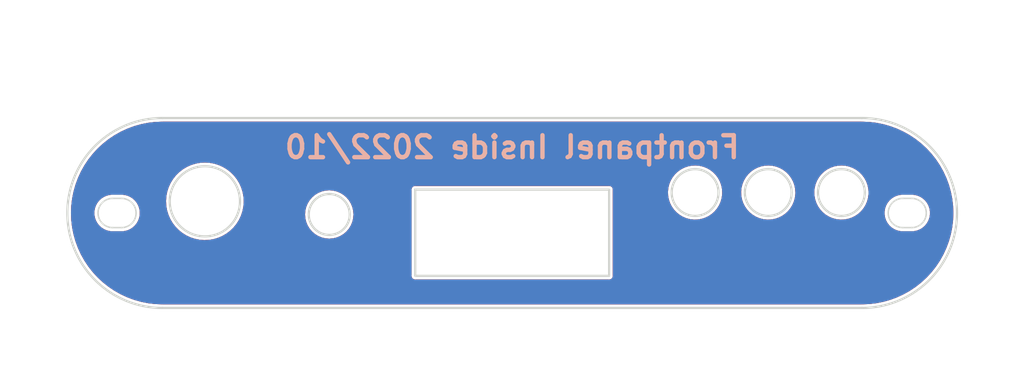
<source format=kicad_pcb>
(kicad_pcb (version 20211014) (generator pcbnew)

  (general
    (thickness 1.6)
  )

  (paper "A4")
  (layers
    (0 "F.Cu" signal)
    (31 "B.Cu" signal)
    (32 "B.Adhes" user "B.Adhesive")
    (33 "F.Adhes" user "F.Adhesive")
    (34 "B.Paste" user)
    (35 "F.Paste" user)
    (36 "B.SilkS" user "B.Silkscreen")
    (37 "F.SilkS" user "F.Silkscreen")
    (38 "B.Mask" user)
    (39 "F.Mask" user)
    (40 "Dwgs.User" user "User.Drawings")
    (41 "Cmts.User" user "User.Comments")
    (42 "Eco1.User" user "User.Eco1")
    (43 "Eco2.User" user "User.Eco2")
    (44 "Edge.Cuts" user)
    (45 "Margin" user)
    (46 "B.CrtYd" user "B.Courtyard")
    (47 "F.CrtYd" user "F.Courtyard")
    (48 "B.Fab" user)
    (49 "F.Fab" user)
    (50 "User.1" user)
    (51 "User.2" user)
    (52 "User.3" user)
    (53 "User.4" user)
    (54 "User.5" user)
    (55 "User.6" user)
    (56 "User.7" user)
    (57 "User.8" user)
    (58 "User.9" user)
  )

  (setup
    (pad_to_mask_clearance 0)
    (pcbplotparams
      (layerselection 0x00010fc_ffffffff)
      (disableapertmacros false)
      (usegerberextensions false)
      (usegerberattributes true)
      (usegerberadvancedattributes true)
      (creategerberjobfile true)
      (svguseinch false)
      (svgprecision 6)
      (excludeedgelayer true)
      (plotframeref false)
      (viasonmask false)
      (mode 1)
      (useauxorigin false)
      (hpglpennumber 1)
      (hpglpenspeed 20)
      (hpglpendiameter 15.000000)
      (dxfpolygonmode true)
      (dxfimperialunits true)
      (dxfusepcbnewfont true)
      (psnegative false)
      (psa4output false)
      (plotreference true)
      (plotvalue true)
      (plotinvisibletext false)
      (sketchpadsonfab false)
      (subtractmaskfromsilk false)
      (outputformat 1)
      (mirror false)
      (drillshape 0)
      (scaleselection 1)
      (outputdirectory "./mfg/")
    )
  )

  (net 0 "")

  (gr_circle (center 79 92.7) (end 81.4 92.7) (layer "Edge.Cuts") (width 0.15) (fill none) (tstamp 16d5bf81-590a-4149-97e0-64f3b3ad6f52))
  (gr_line (start 76.1 100) (end 123.9 100) (layer "Edge.Cuts") (width 0.15) (tstamp 18cf1537-83e6-4374-a277-6e3e21479ab0))
  (gr_arc (start 72.7 94.5) (mid 71.7 93.5) (end 72.7 92.5) (layer "Edge.Cuts") (width 0.1) (tstamp 1f26b884-c927-4f85-afed-10e211603727))
  (gr_rect (start 93.375 91.9) (end 106.625 97.8) (layer "Edge.Cuts") (width 0.15) (fill none) (tstamp 2d0d333a-99a0-4575-9433-710c8cc7ac0b))
  (gr_arc (start 127.3 92.5) (mid 128.3 93.5) (end 127.3 94.5) (layer "Edge.Cuts") (width 0.1) (tstamp 3152a2af-4d85-4e22-bbd8-2795117813be))
  (gr_line (start 72.7 92.5) (end 73.3 92.5) (layer "Edge.Cuts") (width 0.1) (tstamp 37cbe880-9bde-4cf7-96cc-346c7d094c0c))
  (gr_line (start 126.7 92.5) (end 127.3 92.5) (layer "Edge.Cuts") (width 0.1) (tstamp 4c96b9fa-5a0a-4a5a-b772-748b8a47c071))
  (gr_arc (start 123.9 87) (mid 130.4 93.5) (end 123.9 100) (layer "Edge.Cuts") (width 0.15) (tstamp 7c6e532b-1afd-48d4-9389-2942dcbc7c3c))
  (gr_line (start 72.7 94.5) (end 73.3 94.5) (layer "Edge.Cuts") (width 0.1) (tstamp 8e5cc7a1-51bd-415b-b7e7-772e0cc90504))
  (gr_arc (start 76.1 100) (mid 69.6 93.5) (end 76.1 87) (layer "Edge.Cuts") (width 0.15) (tstamp 90fa0465-7fe5-474b-8e7c-9f955c02a0f6))
  (gr_arc (start 73.3 92.5) (mid 74.3 93.5) (end 73.3 94.5) (layer "Edge.Cuts") (width 0.1) (tstamp a62fe267-3fbe-4a78-9289-409149dcfcef))
  (gr_circle (center 87.5 93.6) (end 88.9 93.6) (layer "Edge.Cuts") (width 0.15) (fill none) (tstamp a6c7f556-10bb-4a6d-b61b-a732ec6fa5cc))
  (gr_circle (center 122.5 92.1) (end 124.1 92.1) (layer "Edge.Cuts") (width 0.15) (fill none) (tstamp b4675fcd-90dd-499b-8feb-46b51a88378c))
  (gr_line (start 76.1 87) (end 123.9 87) (layer "Edge.Cuts") (width 0.15) (tstamp c8072c34-0f81-4552-9fbe-4bfe60c53e21))
  (gr_arc (start 126.7 94.5) (mid 125.7 93.5) (end 126.7 92.5) (layer "Edge.Cuts") (width 0.1) (tstamp db032d20-57d4-426a-a590-54accbb07859))
  (gr_line (start 126.7 94.5) (end 127.3 94.5) (layer "Edge.Cuts") (width 0.1) (tstamp e5042d46-8b49-42fb-8a6a-cf9b8bb76bcf))
  (gr_circle (center 112.5 92.1) (end 114.1 92.1) (layer "Edge.Cuts") (width 0.15) (fill none) (tstamp fec6f717-d723-4676-89ef-8ea691e209c2))
  (gr_circle (center 117.5 92.1) (end 119.1 92.1) (layer "Edge.Cuts") (width 0.15) (fill none) (tstamp ff2f00dc-dff2-4a19-af27-f5c793a8d261))
  (gr_text "Frontpanel Inside 2022/10" (at 100 89) (layer "B.SilkS") (tstamp 4cd02004-9c6e-4103-8a51-6cc183539955)
    (effects (font (size 1.5 1.5) (thickness 0.3)) (justify mirror))
  )
  (dimension (type aligned) (layer "Cmts.User") (tstamp 2d16cb66-2809-411d-912c-d3db0f48bd04)
    (pts (xy 122.5 78.5) (xy 128 78.5))
    (height 5)
    (gr_text "5,5" (at 125.25 82.35) (layer "Cmts.User") (tstamp 2d16cb66-2809-411d-912c-d3db0f48bd04)
      (effects (font (size 1 1) (thickness 0.15)))
    )
    (format (units 3) (units_format 0) (precision 2) suppress_zeroes)
    (style (thickness 0.15) (arrow_length 1.27) (text_position_mode 0) (extension_height 0.58642) (extension_offset 0.5) keep_text_aligned)
  )
  (dimension (type aligned) (layer "Cmts.User") (tstamp 57543893-39bf-4d83-b4e0-8d020b4a6d48)
    (pts (xy 112.5 78.5) (xy 117.5 78.5))
    (height 5)
    (gr_text "5" (at 115 82.35) (layer "Cmts.User") (tstamp 57543893-39bf-4d83-b4e0-8d020b4a6d48)
      (effects (font (size 1 1) (thickness 0.15)))
    )
    (format (units 3) (units_format 0) (precision 2) suppress_zeroes)
    (style (thickness 0.15) (arrow_length 1.27) (text_position_mode 0) (extension_height 0.58642) (extension_offset 0.5) keep_text_aligned)
  )
  (dimension (type aligned) (layer "Cmts.User") (tstamp 5fe7a4eb-9f04-4df6-a1fa-36c071e280d7)
    (pts (xy 100 78.5) (xy 112.5 78.5))
    (height 5)
    (gr_text "12,5" (at 106.25 82.35) (layer "Cmts.User") (tstamp 5fe7a4eb-9f04-4df6-a1fa-36c071e280d7)
      (effects (font (size 1 1) (thickness 0.15)))
    )
    (format (units 3) (units_format 0) (precision 2) suppress_zeroes)
    (style (thickness 0.15) (arrow_length 1.27) (text_position_mode 0) (extension_height 0.58642) (extension_offset 0.5) keep_text_aligned)
  )
  (dimension (type aligned) (layer "Cmts.User") (tstamp 629fdb7a-7978-43d0-987e-b84465775826)
    (pts (xy 87.5 78.5) (xy 79 78.5))
    (height -5)
    (gr_text "8,5" (at 83.25 82.35) (layer "Cmts.User") (tstamp 629fdb7a-7978-43d0-987e-b84465775826)
      (effects (font (size 1 1) (thickness 0.15)))
    )
    (format (units 3) (units_format 0) (precision 2) suppress_zeroes)
    (style (thickness 0.15) (arrow_length 1.27) (text_position_mode 0) (extension_height 0.58642) (extension_offset 0.5) keep_text_aligned)
  )
  (dimension (type aligned) (layer "Cmts.User") (tstamp 7806469b-c133-4e19-b2d5-f2b690b4b2f3)
    (pts (xy 117.5 78.5) (xy 122.5 78.5))
    (height 5)
    (gr_text "5" (at 120 82.35) (layer "Cmts.User") (tstamp 7806469b-c133-4e19-b2d5-f2b690b4b2f3)
      (effects (font (size 1 1) (thickness 0.15)))
    )
    (format (units 3) (units_format 0) (precision 2) suppress_zeroes)
    (style (thickness 0.15) (arrow_length 1.27) (text_position_mode 0) (extension_height 0.58642) (extension_offset 0.5) keep_text_aligned)
  )
  (dimension (type aligned) (layer "Cmts.User") (tstamp 9c5933cf-1535-4465-90dd-da9b75afcdcf)
    (pts (xy 79 78.5) (xy 72 78.5))
    (height -5)
    (gr_text "7" (at 75.5 82.35) (layer "Cmts.User") (tstamp 9c5933cf-1535-4465-90dd-da9b75afcdcf)
      (effects (font (size 1 1) (thickness 0.15)))
    )
    (format (units 3) (units_format 0) (precision 2) suppress_zeroes)
    (style (thickness 0.15) (arrow_length 1.27) (text_position_mode 0) (extension_height 0.58642) (extension_offset 0.5) keep_text_aligned)
  )
  (dimension (type aligned) (layer "Cmts.User") (tstamp a6891c49-3648-41ce-811e-fccb4c4653af)
    (pts (xy 100 78.5) (xy 87.5 78.5))
    (height -5)
    (gr_text "12,5" (at 93.75 82.35) (layer "Cmts.User") (tstamp a6891c49-3648-41ce-811e-fccb4c4653af)
      (effects (font (size 1 1) (thickness 0.15)))
    )
    (format (units 3) (units_format 0) (precision 2) suppress_zeroes)
    (style (thickness 0.15) (arrow_length 1.27) (text_position_mode 0) (extension_height 0.58642) (extension_offset 0.5) keep_text_aligned)
  )

  (zone (net 0) (net_name "") (layers F&B.Cu) (tstamp 46d4fead-ba21-4cf9-a4cd-802a72ed331f) (hatch edge 0.508)
    (connect_pads (clearance 0.25))
    (min_thickness 0.254) (filled_areas_thickness no)
    (fill yes (thermal_gap 0.508) (thermal_bridge_width 0.508))
    (polygon
      (pts
        (xy 135 105)
        (xy 65 105)
        (xy 65 85)
        (xy 135 85)
      )
    )
    (filled_polygon
      (layer "F.Cu")
      (island)
      (pts
        (xy 123.887496 87.252921)
        (xy 123.887828 87.252987)
        (xy 123.887829 87.252987)
        (xy 123.9 87.255408)
        (xy 123.912172 87.252987)
        (xy 123.921631 87.252987)
        (xy 123.935499 87.251895)
        (xy 124.117315 87.259039)
        (xy 124.38538 87.269571)
        (xy 124.395243 87.270347)
        (xy 124.872726 87.326861)
        (xy 124.882497 87.328409)
        (xy 125.122771 87.376202)
        (xy 125.354074 87.422211)
        (xy 125.36368 87.424517)
        (xy 125.826441 87.555029)
        (xy 125.835831 87.55808)
        (xy 126.08446 87.649804)
        (xy 126.286937 87.724502)
        (xy 126.296074 87.728287)
        (xy 126.732724 87.929585)
        (xy 126.741529 87.934072)
        (xy 127.161039 88.169009)
        (xy 127.169475 88.174178)
        (xy 127.569254 88.441301)
        (xy 127.577242 88.447105)
        (xy 127.705315 88.54807)
        (xy 127.954836 88.744777)
        (xy 127.962359 88.751202)
        (xy 128.12145 88.898263)
        (xy 128.31544 89.077586)
        (xy 128.322414 89.08456)
        (xy 128.501737 89.27855)
        (xy 128.648798 89.437641)
        (xy 128.655223 89.445164)
        (xy 128.952889 89.82275)
        (xy 128.958699 89.830746)
        (xy 129.113247 90.062045)
        (xy 129.225822 90.230525)
        (xy 129.230991 90.238961)
        (xy 129.465928 90.658471)
        (xy 129.470415 90.667276)
        (xy 129.654332 91.066223)
        (xy 129.671712 91.103923)
        (xy 129.675497 91.113061)
        (xy 129.829696 91.531032)
        (xy 129.841917 91.564159)
        (xy 129.844971 91.573559)
        (xy 129.949667 91.944784)
        (xy 129.975481 92.036313)
        (xy 129.977789 92.045926)
        (xy 130.019974 92.258006)
        (xy 130.071591 92.517503)
        (xy 130.073139 92.527274)
        (xy 130.129653 93.004757)
        (xy 130.130429 93.01462)
        (xy 130.13719 93.186692)
        (xy 130.147741 93.455214)
        (xy 130.149306 93.495053)
        (xy 130.149306 93.504938)
        (xy 130.145079 93.612535)
        (xy 130.130429 93.98538)
        (xy 130.129653 93.995243)
        (xy 130.073139 94.472726)
        (xy 130.071591 94.482497)
        (xy 130.030699 94.688078)
        (xy 129.981345 94.936201)
        (xy 129.977791 94.954067)
        (xy 129.975483 94.96368)
        (xy 129.865115 95.355017)
        (xy 129.844974 95.426431)
        (xy 129.841917 95.435841)
        (xy 129.675498 95.886937)
        (xy 129.671713 95.896074)
        (xy 129.638574 95.96796)
        (xy 129.47042 96.332714)
        (xy 129.465928 96.341529)
        (xy 129.230991 96.761039)
        (xy 129.225822 96.769475)
        (xy 128.958704 97.169246)
        (xy 128.952889 97.17725)
        (xy 128.655223 97.554836)
        (xy 128.648798 97.562359)
        (xy 128.510645 97.711813)
        (xy 128.322414 97.91544)
        (xy 128.31544 97.922414)
        (xy 128.12145 98.101737)
        (xy 127.962359 98.248798)
        (xy 127.954836 98.255223)
        (xy 127.739868 98.424691)
        (xy 127.577242 98.552895)
        (xy 127.569254 98.558699)
        (xy 127.245387 98.775099)
        (xy 127.169475 98.825822)
        (xy 127.161039 98.830991)
        (xy 126.741529 99.065928)
        (xy 126.732724 99.070415)
        (xy 126.296077 99.271712)
        (xy 126.286939 99.275497)
        (xy 125.835831 99.44192)
        (xy 125.826441 99.444971)
        (xy 125.36368 99.575483)
        (xy 125.354074 99.577789)
        (xy 125.122771 99.623798)
        (xy 124.882497 99.671591)
        (xy 124.872726 99.673139)
        (xy 124.395243 99.729653)
        (xy 124.38538 99.730429)
        (xy 124.117315 99.740961)
        (xy 123.935499 99.748105)
        (xy 123.921631 99.747013)
        (xy 123.912172 99.747013)
        (xy 123.9 99.744592)
        (xy 123.887829 99.747013)
        (xy 123.887828 99.747013)
        (xy 123.887496 99.747079)
        (xy 123.862915 99.7495)
        (xy 76.137085 99.7495)
        (xy 76.112504 99.747079)
        (xy 76.112172 99.747013)
        (xy 76.112171 99.747013)
        (xy 76.1 99.744592)
        (xy 76.087828 99.747013)
        (xy 76.078369 99.747013)
        (xy 76.064501 99.748105)
        (xy 75.882685 99.740961)
        (xy 75.61462 99.730429)
        (xy 75.604757 99.729653)
        (xy 75.127274 99.673139)
        (xy 75.117503 99.671591)
        (xy 74.877229 99.623798)
        (xy 74.645926 99.577789)
        (xy 74.63632 99.575483)
        (xy 74.173559 99.444971)
        (xy 74.164169 99.44192)
        (xy 73.713061 99.275497)
        (xy 73.703923 99.271712)
        (xy 73.267276 99.070415)
        (xy 73.258471 99.065928)
        (xy 72.838961 98.830991)
        (xy 72.830525 98.825822)
        (xy 72.754613 98.775099)
        (xy 72.430746 98.558699)
        (xy 72.422758 98.552895)
        (xy 72.260132 98.424691)
        (xy 72.045164 98.255223)
        (xy 72.037641 98.248798)
        (xy 71.87855 98.101737)
        (xy 71.68456 97.922414)
        (xy 71.677586 97.91544)
        (xy 71.570874 97.8)
        (xy 93.119592 97.8)
        (xy 93.1245 97.824674)
        (xy 93.139034 97.89774)
        (xy 93.194399 97.980601)
        (xy 93.27726 98.035966)
        (xy 93.375 98.055408)
        (xy 93.387171 98.052987)
        (xy 93.387172 98.052987)
        (xy 93.387504 98.052921)
        (xy 93.412085 98.0505)
        (xy 106.587915 98.0505)
        (xy 106.612496 98.052921)
        (xy 106.612828 98.052987)
        (xy 106.612829 98.052987)
        (xy 106.625 98.055408)
        (xy 106.72274 98.035966)
        (xy 106.805601 97.980601)
        (xy 106.860966 97.89774)
        (xy 106.8755 97.824674)
        (xy 106.880408 97.8)
        (xy 106.877921 97.787496)
        (xy 106.8755 97.762915)
        (xy 106.8755 92.041726)
        (xy 110.645688 92.041726)
        (xy 110.647978 92.1)
        (xy 110.655977 92.303582)
        (xy 110.703058 92.561376)
        (xy 110.785994 92.809965)
        (xy 110.827805 92.893642)
        (xy 110.865018 92.968116)
        (xy 110.903128 93.044387)
        (xy 111.052124 93.259967)
        (xy 111.15823 93.374751)
        (xy 111.201589 93.421656)
        (xy 111.23001 93.452402)
        (xy 111.233464 93.455214)
        (xy 111.429778 93.615039)
        (xy 111.429782 93.615042)
        (xy 111.433235 93.617853)
        (xy 111.437057 93.620154)
        (xy 111.547771 93.686809)
        (xy 111.657745 93.753019)
        (xy 111.72104 93.779821)
        (xy 111.894962 93.853468)
        (xy 111.894966 93.853469)
        (xy 111.89906 93.855203)
        (xy 111.903352 93.856341)
        (xy 111.903355 93.856342)
        (xy 111.948625 93.868345)
        (xy 112.152365 93.922366)
        (xy 112.156789 93.92289)
        (xy 112.156791 93.92289)
        (xy 112.307572 93.940736)
        (xy 112.412607 93.953167)
        (xy 112.674592 93.946993)
        (xy 112.678986 93.946262)
        (xy 112.678993 93.946261)
        (xy 112.928692 93.9047)
        (xy 112.928696 93.904699)
        (xy 112.933094 93.903967)
        (xy 113.09817 93.85176)
        (xy 113.178709 93.826289)
        (xy 113.178711 93.826288)
        (xy 113.182955 93.824946)
        (xy 113.186966 93.82302)
        (xy 113.186971 93.823018)
        (xy 113.415169 93.713439)
        (xy 113.41517 93.713438)
        (xy 113.419188 93.711509)
        (xy 113.559354 93.617853)
        (xy 113.63338 93.568391)
        (xy 113.633384 93.568388)
        (xy 113.637082 93.565917)
        (xy 113.832287 93.391076)
        (xy 113.942496 93.259967)
        (xy 113.998043 93.193886)
        (xy 113.998045 93.193884)
        (xy 114.00091 93.190475)
        (xy 114.139586 92.968116)
        (xy 114.172511 92.893642)
        (xy 114.243749 92.732503)
        (xy 114.245547 92.728436)
        (xy 114.316681 92.476216)
        (xy 114.333176 92.353408)
        (xy 114.351139 92.219673)
        (xy 114.35114 92.219665)
        (xy 114.351566 92.216491)
        (xy 114.355227 92.1)
        (xy 114.351101 92.041726)
        (xy 115.645688 92.041726)
        (xy 115.647978 92.1)
        (xy 115.655977 92.303582)
        (xy 115.703058 92.561376)
        (xy 115.785994 92.809965)
        (xy 115.827805 92.893642)
        (xy 115.865018 92.968116)
        (xy 115.903128 93.044387)
        (xy 116.052124 93.259967)
        (xy 116.15823 93.374751)
        (xy 116.201589 93.421656)
        (xy 116.23001 93.452402)
        (xy 116.233464 93.455214)
        (xy 116.429778 93.615039)
        (xy 116.429782 93.615042)
        (xy 116.433235 93.617853)
        (xy 116.437057 93.620154)
        (xy 116.547771 93.686809)
        (xy 116.657745 93.753019)
        (xy 116.72104 93.779821)
        (xy 116.894962 93.853468)
        (xy 116.894966 93.853469)
        (xy 116.89906 93.855203)
        (xy 116.903352 93.856341)
        (xy 116.903355 93.856342)
        (xy 116.948625 93.868345)
        (xy 117.152365 93.922366)
        (xy 117.156789 93.92289)
        (xy 117.156791 93.92289)
        (xy 117.307572 93.940736)
        (xy 117.412607 93.953167)
        (xy 117.674592 93.946993)
        (xy 117.678986 93.946262)
        (xy 117.678993 93.946261)
        (xy 117.928692 93.9047)
        (xy 117.928696 93.904699)
        (xy 117.933094 93.903967)
        (xy 118.09817 93.85176)
        (xy 118.178709 93.826289)
        (xy 118.178711 93.826288)
        (xy 118.182955 93.824946)
        (xy 118.186966 93.82302)
        (xy 118.186971 93.823018)
        (xy 118.415169 93.713439)
        (xy 118.41517 93.713438)
        (xy 118.419188 93.711509)
        (xy 118.559354 93.617853)
        (xy 118.63338 93.568391)
        (xy 118.633384 93.568388)
        (xy 118.637082 93.565917)
        (xy 118.832287 93.391076)
        (xy 118.942496 93.259967)
        (xy 118.998043 93.193886)
        (xy 118.998045 93.193884)
        (xy 119.00091 93.190475)
        (xy 119.139586 92.968116)
        (xy 119.172511 92.893642)
        (xy 119.243749 92.732503)
        (xy 119.245547 92.728436)
        (xy 119.316681 92.476216)
        (xy 119.333176 92.353408)
        (xy 119.351139 92.219673)
        (xy 119.35114 92.219665)
        (xy 119.351566 92.216491)
        (xy 119.355227 92.1)
        (xy 119.351101 92.041726)
        (xy 120.645688 92.041726)
        (xy 120.647978 92.1)
        (xy 120.655977 92.303582)
        (xy 120.703058 92.561376)
        (xy 120.785994 92.809965)
        (xy 120.827805 92.893642)
        (xy 120.865018 92.968116)
        (xy 120.903128 93.044387)
        (xy 121.052124 93.259967)
        (xy 121.15823 93.374751)
        (xy 121.201589 93.421656)
        (xy 121.23001 93.452402)
        (xy 121.233464 93.455214)
        (xy 121.429778 93.615039)
        (xy 121.429782 93.615042)
        (xy 121.433235 93.617853)
        (xy 121.437057 93.620154)
        (xy 121.547771 93.686809)
        (xy 121.657745 93.753019)
        (xy 121.72104 93.779821)
        (xy 121.894962 93.853468)
        (xy 121.894966 93.853469)
        (xy 121.89906 93.855203)
        (xy 121.903352 93.856341)
        (xy 121.903355 93.856342)
        (xy 121.948625 93.868345)
        (xy 122.152365 93.922366)
        (xy 122.156789 93.92289)
        (xy 122.156791 93.92289)
        (xy 122.307572 93.940736)
        (xy 122.412607 93.953167)
        (xy 122.674592 93.946993)
        (xy 122.678986 93.946262)
        (xy 122.678993 93.946261)
        (xy 122.928692 93.9047)
        (xy 122.928696 93.904699)
        (xy 122.933094 93.903967)
        (xy 123.09817 93.85176)
        (xy 123.178709 93.826289)
        (xy 123.178711 93.826288)
        (xy 123.182955 93.824946)
        (xy 123.186966 93.82302)
        (xy 123.186971 93.823018)
        (xy 123.415169 93.713439)
        (xy 123.41517 93.713438)
        (xy 123.419188 93.711509)
        (xy 123.559354 93.617853)
        (xy 123.580657 93.603619)
        (xy 125.4495 93.603619)
        (xy 125.450357 93.608754)
        (xy 125.450357 93.608756)
        (xy 125.464557 93.693849)
        (xy 125.48361 93.808032)
        (xy 125.5509 94.004042)
        (xy 125.553379 94.008623)
        (xy 125.55338 94.008625)
        (xy 125.585266 94.067544)
        (xy 125.649535 94.186303)
        (xy 125.776824 94.349843)
        (xy 125.780661 94.353375)
        (xy 125.925461 94.486674)
        (xy 125.925465 94.486677)
        (xy 125.929294 94.490202)
        (xy 125.940218 94.497339)
        (xy 126.098422 94.600699)
        (xy 126.098426 94.600701)
        (xy 126.102788 94.603551)
        (xy 126.107563 94.605646)
        (xy 126.107564 94.605646)
        (xy 126.245974 94.666358)
        (xy 126.292572 94.686798)
        (xy 126.29762 94.688076)
        (xy 126.297625 94.688078)
        (xy 126.48841 94.736391)
        (xy 126.493469 94.737672)
        (xy 126.49866 94.738102)
        (xy 126.498665 94.738103)
        (xy 126.682373 94.753326)
        (xy 126.682375 94.753326)
        (xy 126.69464 94.754342)
        (xy 126.7 94.755408)
        (xy 126.712199 94.752982)
        (xy 126.712504 94.752921)
        (xy 126.737085 94.7505)
        (xy 127.262915 94.7505)
        (xy 127.287496 94.752921)
        (xy 127.287801 94.752982)
        (xy 127.3 94.755408)
        (xy 127.30536 94.754342)
        (xy 127.402558 94.746288)
        (xy 127.501335 94.738103)
        (xy 127.50134 94.738102)
        (xy 127.506531 94.737672)
        (xy 127.51159 94.736391)
        (xy 127.702375 94.688078)
        (xy 127.70238 94.688076)
        (xy 127.707428 94.686798)
        (xy 127.754027 94.666358)
        (xy 127.892436 94.605646)
        (xy 127.892437 94.605646)
        (xy 127.897212 94.603551)
        (xy 127.901574 94.600701)
        (xy 127.901578 94.600699)
        (xy 128.059782 94.497339)
        (xy 128.070706 94.490202)
        (xy 128.074535 94.486677)
        (xy 128.074539 94.486674)
        (xy 128.219339 94.353375)
        (xy 128.223176 94.349843)
        (xy 128.350465 94.186303)
        (xy 128.414734 94.067544)
        (xy 128.44662 94.008625)
        (xy 128.446621 94.008623)
        (xy 128.4491 94.004042)
        (xy 128.51639 93.808032)
        (xy 128.535444 93.693849)
        (xy 128.549643 93.608756)
        (xy 128.549643 93.608754)
        (xy 128.5505 93.603619)
        (xy 128.5505 93.396381)
        (xy 128.548359 93.38355)
        (xy 128.517248 93.197107)
        (xy 128.517247 93.197102)
        (xy 128.51639 93.191968)
        (xy 128.4491 92.995958)
        (xy 128.366947 92.844152)
        (xy 128.352942 92.818274)
        (xy 128.350465 92.813697)
        (xy 128.223176 92.650157)
        (xy 128.12693 92.561556)
        (xy 128.074539 92.513326)
        (xy 128.074535 92.513323)
        (xy 128.070706 92.509798)
        (xy 127.985368 92.454044)
        (xy 127.901578 92.399301)
        (xy 127.901574 92.399299)
        (xy 127.897212 92.396449)
        (xy 127.873379 92.385995)
        (xy 127.7122 92.315295)
        (xy 127.712198 92.315294)
        (xy 127.707428 92.313202)
        (xy 127.70238 92.311924)
        (xy 127.702375 92.311922)
        (xy 127.51159 92.263609)
        (xy 127.511589 92.263609)
        (xy 127.506531 92.262328)
        (xy 127.50134 92.261898)
        (xy 127.501335 92.261897)
        (xy 127.317627 92.246674)
        (xy 127.317625 92.246674)
        (xy 127.30536 92.245658)
        (xy 127.3 92.244592)
        (xy 127.287829 92.247013)
        (xy 127.287496 92.247079)
        (xy 127.262915 92.2495)
        (xy 126.737085 92.2495)
        (xy 126.712504 92.247079)
        (xy 126.712171 92.247013)
        (xy 126.7 92.244592)
        (xy 126.69464 92.245658)
        (xy 126.597442 92.253712)
        (xy 126.498665 92.261897)
        (xy 126.49866 92.261898)
        (xy 126.493469 92.262328)
        (xy 126.488411 92.263609)
        (xy 126.48841 92.263609)
        (xy 126.297625 92.311922)
        (xy 126.29762 92.311924)
        (xy 126.292572 92.313202)
        (xy 126.287802 92.315294)
        (xy 126.2878 92.315295)
        (xy 126.126621 92.385995)
        (xy 126.102788 92.396449)
        (xy 126.098426 92.399299)
        (xy 126.098422 92.399301)
        (xy 126.014632 92.454044)
        (xy 125.929294 92.509798)
        (xy 125.925465 92.513323)
        (xy 125.925461 92.513326)
        (xy 125.87307 92.561556)
        (xy 125.776824 92.650157)
        (xy 125.649535 92.813697)
        (xy 125.647058 92.818274)
        (xy 125.633054 92.844152)
        (xy 125.5509 92.995958)
        (xy 125.48361 93.191968)
        (xy 125.482753 93.197102)
        (xy 125.482752 93.197107)
        (xy 125.451641 93.38355)
        (xy 125.4495 93.396381)
        (xy 125.4495 93.603619)
        (xy 123.580657 93.603619)
        (xy 123.63338 93.568391)
        (xy 123.633384 93.568388)
        (xy 123.637082 93.565917)
        (xy 123.832287 93.391076)
        (xy 123.942496 93.259967)
        (xy 123.998043 93.193886)
        (xy 123.998045 93.193884)
        (xy 124.00091 93.190475)
        (xy 124.139586 92.968116)
        (xy 124.172511 92.893642)
        (xy 124.243749 92.732503)
        (xy 124.245547 92.728436)
        (xy 124.316681 92.476216)
        (xy 124.333176 92.353408)
        (xy 124.351139 92.219673)
        (xy 124.35114 92.219665)
        (xy 124.351566 92.216491)
        (xy 124.355227 92.1)
        (xy 124.336719 91.838596)
        (xy 124.281563 91.582408)
        (xy 124.278303 91.573569)
        (xy 124.192401 91.340724)
        (xy 124.19086 91.336547)
        (xy 124.06642 91.10592)
        (xy 124.033283 91.061055)
        (xy 123.933677 90.926199)
        (xy 123.910726 90.895126)
        (xy 123.726884 90.708374)
        (xy 123.658336 90.65606)
        (xy 123.522107 90.552093)
        (xy 123.522103 90.55209)
        (xy 123.518562 90.549388)
        (xy 123.289917 90.42134)
        (xy 123.285768 90.419735)
        (xy 123.285764 90.419733)
        (xy 123.076768 90.338879)
        (xy 123.045512 90.326787)
        (xy 123.041191 90.325785)
        (xy 123.041183 90.325783)
        (xy 122.873069 90.286817)
        (xy 122.790221 90.267614)
        (xy 122.529141 90.245002)
        (xy 122.524706 90.245246)
        (xy 122.524702 90.245246)
        (xy 122.271921 90.259157)
        (xy 122.271914 90.259158)
        (xy 122.267478 90.259402)
        (xy 122.010456 90.310527)
        (xy 122.006246 90.312005)
        (xy 122.006244 90.312006)
        (xy 121.893136 90.351727)
        (xy 121.763201 90.397357)
        (xy 121.75925 90.39941)
        (xy 121.759244 90.399412)
        (xy 121.631894 90.465566)
        (xy 121.530647 90.518159)
        (xy 121.527032 90.520742)
        (xy 121.527026 90.520746)
        (xy 121.321055 90.667935)
        (xy 121.321051 90.667938)
        (xy 121.317434 90.670523)
        (xy 121.277756 90.708374)
        (xy 121.212105 90.771002)
        (xy 121.127816 90.851409)
        (xy 121.12506 90.854905)
        (xy 121.0712 90.923227)
        (xy 120.965578 91.057208)
        (xy 120.963346 91.06105)
        (xy 120.963343 91.061055)
        (xy 120.884963 91.195996)
        (xy 120.833955 91.283813)
        (xy 120.83229 91.287925)
        (xy 120.832287 91.28793)
        (xy 120.7428 91.508863)
        (xy 120.735574 91.526703)
        (xy 120.672399 91.781032)
        (xy 120.645688 92.041726)
        (xy 119.351101 92.041726)
        (xy 119.336719 91.838596)
        (xy 119.281563 91.582408)
        (xy 119.278303 91.573569)
        (xy 119.192401 91.340724)
        (xy 119.19086 91.336547)
        (xy 119.06642 91.10592)
        (xy 119.033283 91.061055)
        (xy 118.933677 90.926199)
        (xy 118.910726 90.895126)
        (xy 118.726884 90.708374)
        (xy 118.658336 90.65606)
        (xy 118.522107 90.552093)
        (xy 118.522103 90.55209)
        (xy 118.518562 90.549388)
        (xy 118.289917 90.42134)
        (xy 118.285768 90.419735)
        (xy 118.285764 90.419733)
        (xy 118.076768 90.338879)
        (xy 118.045512 90.326787)
        (xy 118.041191 90.325785)
        (xy 118.041183 90.325783)
        (xy 117.873069 90.286817)
        (xy 117.790221 90.267614)
        (xy 117.529141 90.245002)
        (xy 117.524706 90.245246)
        (xy 117.524702 90.245246)
        (xy 117.271921 90.259157)
        (xy 117.271914 90.259158)
        (xy 117.267478 90.259402)
        (xy 117.010456 90.310527)
        (xy 117.006246 90.312005)
        (xy 117.006244 90.312006)
        (xy 116.893136 90.351727)
        (xy 116.763201 90.397357)
        (xy 116.75925 90.39941)
        (xy 116.759244 90.399412)
        (xy 116.631894 90.465566)
        (xy 116.530647 90.518159)
        (xy 116.527032 90.520742)
        (xy 116.527026 90.520746)
        (xy 116.321055 90.667935)
        (xy 116.321051 90.667938)
        (xy 116.317434 90.670523)
        (xy 116.277756 90.708374)
        (xy 116.212105 90.771002)
        (xy 116.127816 90.851409)
        (xy 116.12506 90.854905)
        (xy 116.0712 90.923227)
        (xy 115.965578 91.057208)
        (xy 115.963346 91.06105)
        (xy 115.963343 91.061055)
        (xy 115.884963 91.195996)
        (xy 115.833955 91.283813)
        (xy 115.83229 91.287925)
        (xy 115.832287 91.28793)
        (xy 115.7428 91.508863)
        (xy 115.735574 91.526703)
        (xy 115.672399 91.781032)
        (xy 115.645688 92.041726)
        (xy 114.351101 92.041726)
        (xy 114.336719 91.838596)
        (xy 114.281563 91.582408)
        (xy 114.278303 91.573569)
        (xy 114.192401 91.340724)
        (xy 114.19086 91.336547)
        (xy 114.06642 91.10592)
        (xy 114.033283 91.061055)
        (xy 113.933677 90.926199)
        (xy 113.910726 90.895126)
        (xy 113.726884 90.708374)
        (xy 113.658336 90.65606)
        (xy 113.522107 90.552093)
        (xy 113.522103 90.55209)
        (xy 113.518562 90.549388)
        (xy 113.289917 90.42134)
        (xy 113.285768 90.419735)
        (xy 113.285764 90.419733)
        (xy 113.076768 90.338879)
        (xy 113.045512 90.326787)
        (xy 113.041191 90.325785)
        (xy 113.041183 90.325783)
        (xy 112.873069 90.286817)
        (xy 112.790221 90.267614)
        (xy 112.529141 90.245002)
        (xy 112.524706 90.245246)
        (xy 112.524702 90.245246)
        (xy 112.271921 90.259157)
        (xy 112.271914 90.259158)
        (xy 112.267478 90.259402)
        (xy 112.010456 90.310527)
        (xy 112.006246 90.312005)
        (xy 112.006244 90.312006)
        (xy 111.893136 90.351727)
        (xy 111.763201 90.397357)
        (xy 111.75925 90.39941)
        (xy 111.759244 90.399412)
        (xy 111.631894 90.465566)
        (xy 111.530647 90.518159)
        (xy 111.527032 90.520742)
        (xy 111.527026 90.520746)
        (xy 111.321055 90.667935)
        (xy 111.321051 90.667938)
        (xy 111.317434 90.670523)
        (xy 111.277756 90.708374)
        (xy 111.212105 90.771002)
        (xy 111.127816 90.851409)
        (xy 111.12506 90.854905)
        (xy 111.0712 90.923227)
        (xy 110.965578 91.057208)
        (xy 110.963346 91.06105)
        (xy 110.963343 91.061055)
        (xy 110.884963 91.195996)
        (xy 110.833955 91.283813)
        (xy 110.83229 91.287925)
        (xy 110.832287 91.28793)
        (xy 110.7428 91.508863)
        (xy 110.735574 91.526703)
        (xy 110.672399 91.781032)
        (xy 110.645688 92.041726)
        (xy 106.8755 92.041726)
        (xy 106.8755 91.937085)
        (xy 106.877921 91.912504)
        (xy 106.877987 91.912172)
        (xy 106.877987 91.912171)
        (xy 106.880408 91.9)
        (xy 106.860966 91.80226)
        (xy 106.805601 91.719399)
        (xy 106.72274 91.664034)
        (xy 106.649674 91.6495)
        (xy 106.625 91.644592)
        (xy 106.612829 91.647013)
        (xy 106.612828 91.647013)
        (xy 106.612496 91.647079)
        (xy 106.587915 91.6495)
        (xy 93.412085 91.6495)
        (xy 93.387504 91.647079)
        (xy 93.387172 91.647013)
        (xy 93.387171 91.647013)
        (xy 93.375 91.644592)
        (xy 93.350326 91.6495)
        (xy 93.27726 91.664034)
        (xy 93.194399 91.719399)
        (xy 93.139034 91.80226)
        (xy 93.119592 91.9)
        (xy 93.122013 91.912171)
        (xy 93.122013 91.912172)
        (xy 93.122079 91.912504)
        (xy 93.1245 91.937085)
        (xy 93.1245 97.762915)
        (xy 93.122079 97.787496)
        (xy 93.119592 97.8)
        (xy 71.570874 97.8)
        (xy 71.489355 97.711813)
        (xy 71.351202 97.562359)
        (xy 71.344777 97.554836)
        (xy 71.047111 97.17725)
        (xy 71.041296 97.169246)
        (xy 70.774178 96.769475)
        (xy 70.769009 96.761039)
        (xy 70.534072 96.341529)
        (xy 70.52958 96.332714)
        (xy 70.361427 95.96796)
        (xy 70.328287 95.896074)
        (xy 70.324502 95.886937)
        (xy 70.158083 95.435841)
        (xy 70.155026 95.426431)
        (xy 70.134886 95.355017)
        (xy 70.024517 94.96368)
        (xy 70.022209 94.954067)
        (xy 70.018656 94.936201)
        (xy 69.969301 94.688078)
        (xy 69.928409 94.482497)
        (xy 69.926861 94.472726)
        (xy 69.870347 93.995243)
        (xy 69.869571 93.98538)
        (xy 69.854921 93.612535)
        (xy 69.854571 93.603619)
        (xy 71.4495 93.603619)
        (xy 71.450357 93.608754)
        (xy 71.450357 93.608756)
        (xy 71.464557 93.693849)
        (xy 71.48361 93.808032)
        (xy 71.5509 94.004042)
        (xy 71.553379 94.008623)
        (xy 71.55338 94.008625)
        (xy 71.585266 94.067544)
        (xy 71.649535 94.186303)
        (xy 71.776824 94.349843)
        (xy 71.780661 94.353375)
        (xy 71.925461 94.486674)
        (xy 71.925465 94.486677)
        (xy 71.929294 94.490202)
        (xy 71.940218 94.497339)
        (xy 72.098422 94.600699)
        (xy 72.098426 94.600701)
        (xy 72.102788 94.603551)
        (xy 72.107563 94.605646)
        (xy 72.107564 94.605646)
        (xy 72.245974 94.666358)
        (xy 72.292572 94.686798)
        (xy 72.29762 94.688076)
        (xy 72.297625 94.688078)
        (xy 72.48841 94.736391)
        (xy 72.493469 94.737672)
        (xy 72.49866 94.738102)
        (xy 72.498665 94.738103)
        (xy 72.682373 94.753326)
        (xy 72.682375 94.753326)
        (xy 72.69464 94.754342)
        (xy 72.7 94.755408)
        (xy 72.712199 94.752982)
        (xy 72.712504 94.752921)
        (xy 72.737085 94.7505)
        (xy 73.262915 94.7505)
        (xy 73.287496 94.752921)
        (xy 73.287801 94.752982)
        (xy 73.3 94.755408)
        (xy 73.30536 94.754342)
        (xy 73.402558 94.746288)
        (xy 73.501335 94.738103)
        (xy 73.50134 94.738102)
        (xy 73.506531 94.737672)
        (xy 73.51159 94.736391)
        (xy 73.702375 94.688078)
        (xy 73.70238 94.688076)
        (xy 73.707428 94.686798)
        (xy 73.754027 94.666358)
        (xy 73.892436 94.605646)
        (xy 73.892437 94.605646)
        (xy 73.897212 94.603551)
        (xy 73.901574 94.600701)
        (xy 73.901578 94.600699)
        (xy 74.059782 94.497339)
        (xy 74.070706 94.490202)
        (xy 74.074535 94.486677)
        (xy 74.074539 94.486674)
        (xy 74.219339 94.353375)
        (xy 74.223176 94.349843)
        (xy 74.350465 94.186303)
        (xy 74.414734 94.067544)
        (xy 74.44662 94.008625)
        (xy 74.446621 94.008623)
        (xy 74.4491 94.004042)
        (xy 74.51639 93.808032)
        (xy 74.535444 93.693849)
        (xy 74.549643 93.608756)
        (xy 74.549643 93.608754)
        (xy 74.5505 93.603619)
        (xy 74.5505 93.396381)
        (xy 74.548359 93.38355)
        (xy 74.517248 93.197107)
        (xy 74.517247 93.197102)
        (xy 74.51639 93.191968)
        (xy 74.4491 92.995958)
        (xy 74.366947 92.844152)
        (xy 74.352942 92.818274)
        (xy 74.350465 92.813697)
        (xy 74.240328 92.672194)
        (xy 76.344801 92.672194)
        (xy 76.34499 92.675987)
        (xy 76.34499 92.675989)
        (xy 76.345064 92.677476)
        (xy 76.345065 92.677491)
        (xy 76.359823 92.973937)
        (xy 76.360691 92.991382)
        (xy 76.361332 92.995113)
        (xy 76.361333 92.995121)
        (xy 76.408343 93.268701)
        (xy 76.414812 93.30635)
        (xy 76.4159 93.309989)
        (xy 76.415901 93.309992)
        (xy 76.504107 93.60493)
        (xy 76.506381 93.612535)
        (xy 76.507894 93.616006)
        (xy 76.507896 93.616012)
        (xy 76.549519 93.711509)
        (xy 76.63407 93.905501)
        (xy 76.635993 93.908773)
        (xy 76.635995 93.908776)
        (xy 76.691999 94.004042)
        (xy 76.796031 94.181006)
        (xy 76.798332 94.184021)
        (xy 76.987617 94.432044)
        (xy 76.987622 94.432049)
        (xy 76.989917 94.435057)
        (xy 76.992561 94.437771)
        (xy 77.175275 94.625332)
        (xy 77.21292 94.663976)
        (xy 77.323913 94.753376)
        (xy 77.458856 94.862068)
        (xy 77.458861 94.862072)
        (xy 77.461809 94.864446)
        (xy 77.732979 95.033563)
        (xy 78.022502 95.168877)
        (xy 78.026112 95.17006)
        (xy 78.026116 95.170062)
        (xy 78.208863 95.22997)
        (xy 78.326185 95.26843)
        (xy 78.639628 95.330777)
        (xy 78.6434 95.331064)
        (xy 78.643408 95.331065)
        (xy 78.954515 95.35473)
        (xy 78.95452 95.35473)
        (xy 78.958292 95.355017)
        (xy 79.277559 95.340799)
        (xy 79.281297 95.340177)
        (xy 79.281305 95.340176)
        (xy 79.589072 95.288949)
        (xy 79.58908 95.288947)
        (xy 79.592806 95.288327)
        (xy 79.899466 95.198363)
        (xy 80.193097 95.072209)
        (xy 80.196375 95.070305)
        (xy 80.196381 95.070302)
        (xy 80.427251 94.936201)
        (xy 80.469445 94.911693)
        (xy 80.724509 94.71914)
        (xy 80.954592 94.497339)
        (xy 80.958082 94.493053)
        (xy 81.153965 94.252447)
        (xy 81.156362 94.249503)
        (xy 81.308345 94.008625)
        (xy 81.324875 93.982427)
        (xy 81.324876 93.982424)
        (xy 81.326897 93.979222)
        (xy 81.463725 93.690411)
        (xy 81.488547 93.616012)
        (xy 81.493889 93.6)
        (xy 85.844396 93.6)
        (xy 85.864779 93.858994)
        (xy 85.865933 93.863801)
        (xy 85.865934 93.863807)
        (xy 85.879719 93.921224)
        (xy 85.925427 94.11161)
        (xy 85.92732 94.116181)
        (xy 85.927321 94.116183)
        (xy 86.00238 94.29739)
        (xy 86.024846 94.351628)
        (xy 86.160588 94.57314)
        (xy 86.329311 94.770689)
        (xy 86.52686 94.939412)
        (xy 86.748372 95.075154)
        (xy 86.752942 95.077047)
        (xy 86.752946 95.077049)
        (xy 86.983817 95.172679)
        (xy 86.98839 95.174573)
        (xy 87.076724 95.19578)
        (xy 87.236193 95.234066)
        (xy 87.236199 95.234067)
        (xy 87.241006 95.235221)
        (xy 87.5 95.255604)
        (xy 87.758994 95.235221)
        (xy 87.763801 95.234067)
        (xy 87.763807 95.234066)
        (xy 87.923276 95.19578)
        (xy 88.01161 95.174573)
        (xy 88.016183 95.172679)
        (xy 88.247054 95.077049)
        (xy 88.247058 95.077047)
        (xy 88.251628 95.075154)
        (xy 88.47314 94.939412)
        (xy 88.670689 94.770689)
        (xy 88.839412 94.57314)
        (xy 88.975154 94.351628)
        (xy 88.997621 94.29739)
        (xy 89.072679 94.116183)
        (xy 89.07268 94.116181)
        (xy 89.074573 94.11161)
        (xy 89.120281 93.921224)
        (xy 89.134066 93.863807)
        (xy 89.134067 93.863801)
        (xy 89.135221 93.858994)
        (xy 89.155604 93.6)
        (xy 89.135221 93.341006)
        (xy 89.134067 93.336199)
        (xy 89.134066 93.336193)
        (xy 89.09179 93.160105)
        (xy 89.074573 93.08839)
        (xy 89.072679 93.083817)
        (xy 88.977049 92.852946)
        (xy 88.977047 92.852942)
        (xy 88.975154 92.848372)
        (xy 88.839412 92.62686)
        (xy 88.670689 92.429311)
        (xy 88.47314 92.260588)
        (xy 88.251628 92.124846)
        (xy 88.247058 92.122953)
        (xy 88.247054 92.122951)
        (xy 88.016183 92.027321)
        (xy 88.016181 92.02732)
        (xy 88.01161 92.025427)
        (xy 87.892458 91.996821)
        (xy 87.763807 91.965934)
        (xy 87.763801 91.965933)
        (xy 87.758994 91.964779)
        (xy 87.5 91.944396)
        (xy 87.241006 91.964779)
        (xy 87.236199 91.965933)
        (xy 87.236193 91.965934)
        (xy 87.107542 91.996821)
        (xy 86.98839 92.025427)
        (xy 86.983819 92.02732)
        (xy 86.983817 92.027321)
        (xy 86.752946 92.122951)
        (xy 86.752942 92.122953)
        (xy 86.748372 92.124846)
        (xy 86.52686 92.260588)
        (xy 86.329311 92.429311)
        (xy 86.160588 92.62686)
        (xy 86.024846 92.848372)
        (xy 86.022953 92.852942)
        (xy 86.022951 92.852946)
        (xy 85.927321 93.083817)
        (xy 85.925427 93.08839)
        (xy 85.90821 93.160105)
        (xy 85.865934 93.336193)
        (xy 85.865933 93.336199)
        (xy 85.864779 93.341006)
        (xy 85.846764 93.56991)
        (xy 85.844396 93.6)
        (xy 81.493889 93.6)
        (xy 81.550939 93.428998)
        (xy 81.564866 93.387254)
        (xy 81.628854 93.074141)
        (xy 81.654763 92.755609)
        (xy 81.655345 92.7)
        (xy 81.653898 92.675989)
        (xy 81.636341 92.384773)
        (xy 81.636341 92.384769)
        (xy 81.636113 92.380995)
        (xy 81.621163 92.299134)
        (xy 81.579377 92.070333)
        (xy 81.579376 92.070329)
        (xy 81.578697 92.066611)
        (xy 81.572277 92.045933)
        (xy 81.526963 91.9)
        (xy 81.483927 91.761402)
        (xy 81.353176 91.469789)
        (xy 81.188339 91.195996)
        (xy 81.186012 91.193012)
        (xy 81.186007 91.193005)
        (xy 80.99414 90.946984)
        (xy 80.994138 90.946981)
        (xy 80.991804 90.943989)
        (xy 80.766416 90.717418)
        (xy 80.560062 90.554742)
        (xy 80.518419 90.521913)
        (xy 80.518412 90.521908)
        (xy 80.515441 90.519566)
        (xy 80.242515 90.353297)
        (xy 79.951591 90.221022)
        (xy 79.646882 90.124655)
        (xy 79.507342 90.098415)
        (xy 79.336527 90.066293)
        (xy 79.336522 90.066292)
        (xy 79.332803 90.065593)
        (xy 79.013903 90.044691)
        (xy 79.010124 90.044899)
        (xy 79.010122 90.044899)
        (xy 78.913214 90.050232)
        (xy 78.694802 90.062253)
        (xy 78.691075 90.062914)
        (xy 78.691071 90.062914)
        (xy 78.437324 90.107884)
        (xy 78.380122 90.118022)
        (xy 78.376497 90.119127)
        (xy 78.376492 90.119128)
        (xy 78.138656 90.191616)
        (xy 78.074421 90.211193)
        (xy 77.782127 90.340415)
        (xy 77.507475 90.503816)
        (xy 77.504474 90.506132)
        (xy 77.50447 90.506134)
        (xy 77.291987 90.670063)
        (xy 77.254442 90.699029)
        (xy 77.026694 90.923227)
        (xy 76.82753 91.173163)
        (xy 76.659835 91.445215)
        (xy 76.526038 91.735443)
        (xy 76.428078 92.039643)
        (xy 76.427359 92.043359)
        (xy 76.427357 92.043367)
        (xy 76.368091 92.34969)
        (xy 76.367372 92.353408)
        (xy 76.367105 92.357184)
        (xy 76.367104 92.357189)
        (xy 76.345069 92.668405)
        (xy 76.344801 92.672194)
        (xy 74.240328 92.672194)
        (xy 74.223176 92.650157)
        (xy 74.12693 92.561556)
        (xy 74.074539 92.513326)
        (xy 74.074535 92.513323)
        (xy 74.070706 92.509798)
        (xy 73.985368 92.454044)
        (xy 73.901578 92.399301)
        (xy 73.901574 92.399299)
        (xy 73.897212 92.396449)
        (xy 73.873379 92.385995)
        (xy 73.7122 92.315295)
        (xy 73.712198 92.315294)
        (xy 73.707428 92.313202)
        (xy 73.70238 92.311924)
        (xy 73.702375 92.311922)
        (xy 73.51159 92.263609)
        (xy 73.511589 92.263609)
        (xy 73.506531 92.262328)
        (xy 73.50134 92.261898)
        (xy 73.501335 92.261897)
        (xy 73.317627 92.246674)
        (xy 73.317625 92.246674)
        (xy 73.30536 92.245658)
        (xy 73.3 92.244592)
        (xy 73.287829 92.247013)
        (xy 73.287496 92.247079)
        (xy 73.262915 92.2495)
        (xy 72.737085 92.2495)
        (xy 72.712504 92.247079)
        (xy 72.712171 92.247013)
        (xy 72.7 92.244592)
        (xy 72.69464 92.245658)
        (xy 72.597442 92.253712)
        (xy 72.498665 92.261897)
        (xy 72.49866 92.261898)
        (xy 72.493469 92.262328)
        (xy 72.488411 92.263609)
        (xy 72.48841 92.263609)
        (xy 72.297625 92.311922)
        (xy 72.29762 92.311924)
        (xy 72.292572 92.313202)
        (xy 72.287802 92.315294)
        (xy 72.2878 92.315295)
        (xy 72.126621 92.385995)
        (xy 72.102788 92.396449)
        (xy 72.098426 92.399299)
        (xy 72.098422 92.399301)
        (xy 72.014632 92.454044)
        (xy 71.929294 92.509798)
        (xy 71.925465 92.513323)
        (xy 71.925461 92.513326)
        (xy 71.87307 92.561556)
        (xy 71.776824 92.650157)
        (xy 71.649535 92.813697)
        (xy 71.647058 92.818274)
        (xy 71.633054 92.844152)
        (xy 71.5509 92.995958)
        (xy 71.48361 93.191968)
        (xy 71.482753 93.197102)
        (xy 71.482752 93.197107)
        (xy 71.451641 93.38355)
        (xy 71.4495 93.396381)
        (xy 71.4495 93.603619)
        (xy 69.854571 93.603619)
        (xy 69.850694 93.504938)
        (xy 69.850694 93.495053)
        (xy 69.85226 93.455214)
        (xy 69.86281 93.186692)
        (xy 69.869571 93.01462)
        (xy 69.870347 93.004757)
        (xy 69.926861 92.527274)
        (xy 69.928409 92.517503)
        (xy 69.980026 92.258006)
        (xy 70.022211 92.045926)
        (xy 70.024519 92.036313)
        (xy 70.050333 91.944784)
        (xy 70.155029 91.573559)
        (xy 70.158083 91.564159)
        (xy 70.170305 91.531032)
        (xy 70.324503 91.113061)
        (xy 70.328288 91.103923)
        (xy 70.345668 91.066223)
        (xy 70.529585 90.667276)
        (xy 70.534072 90.658471)
        (xy 70.769009 90.238961)
        (xy 70.774178 90.230525)
        (xy 70.886753 90.062045)
        (xy 71.041301 89.830746)
        (xy 71.047111 89.82275)
        (xy 71.344777 89.445164)
        (xy 71.351202 89.437641)
        (xy 71.498263 89.27855)
        (xy 71.677586 89.08456)
        (xy 71.68456 89.077586)
        (xy 71.87855 88.898263)
        (xy 72.037641 88.751202)
        (xy 72.045164 88.744777)
        (xy 72.294685 88.54807)
        (xy 72.422758 88.447105)
        (xy 72.430746 88.441301)
        (xy 72.830525 88.174178)
        (xy 72.838961 88.169009)
        (xy 73.258471 87.934072)
        (xy 73.267276 87.929585)
        (xy 73.703926 87.728287)
        (xy 73.713063 87.724502)
        (xy 73.91554 87.649804)
        (xy 74.164169 87.55808)
        (xy 74.173559 87.555029)
        (xy 74.63632 87.424517)
        (xy 74.645926 87.422211)
        (xy 74.877229 87.376202)
        (xy 75.117503 87.328409)
        (xy 75.127274 87.326861)
        (xy 75.604757 87.270347)
        (xy 75.61462 87.269571)
        (xy 75.882685 87.259039)
        (xy 76.064501 87.251895)
        (xy 76.078369 87.252987)
        (xy 76.087828 87.252987)
        (xy 76.1 87.255408)
        (xy 76.112171 87.252987)
        (xy 76.112172 87.252987)
        (xy 76.112504 87.252921)
        (xy 76.137085 87.2505)
        (xy 123.862915 87.2505)
      )
    )
    (filled_polygon
      (layer "B.Cu")
      (island)
      (pts
        (xy 123.887496 87.252921)
        (xy 123.887828 87.252987)
        (xy 123.887829 87.252987)
        (xy 123.9 87.255408)
        (xy 123.912172 87.252987)
        (xy 123.921631 87.252987)
        (xy 123.935499 87.251895)
        (xy 124.117315 87.259039)
        (xy 124.38538 87.269571)
        (xy 124.395243 87.270347)
        (xy 124.872726 87.326861)
        (xy 124.882497 87.328409)
        (xy 125.122771 87.376202)
        (xy 125.354074 87.422211)
        (xy 125.36368 87.424517)
        (xy 125.826441 87.555029)
        (xy 125.835831 87.55808)
        (xy 126.08446 87.649804)
        (xy 126.286937 87.724502)
        (xy 126.296074 87.728287)
        (xy 126.732724 87.929585)
        (xy 126.741529 87.934072)
        (xy 127.161039 88.169009)
        (xy 127.169475 88.174178)
        (xy 127.569254 88.441301)
        (xy 127.577242 88.447105)
        (xy 127.705315 88.54807)
        (xy 127.954836 88.744777)
        (xy 127.962359 88.751202)
        (xy 128.12145 88.898263)
        (xy 128.31544 89.077586)
        (xy 128.322414 89.08456)
        (xy 128.501737 89.27855)
        (xy 128.648798 89.437641)
        (xy 128.655223 89.445164)
        (xy 128.952889 89.82275)
        (xy 128.958699 89.830746)
        (xy 129.113247 90.062045)
        (xy 129.225822 90.230525)
        (xy 129.230991 90.238961)
        (xy 129.465928 90.658471)
        (xy 129.470415 90.667276)
        (xy 129.654332 91.066223)
        (xy 129.671712 91.103923)
        (xy 129.675497 91.113061)
        (xy 129.829696 91.531032)
        (xy 129.841917 91.564159)
        (xy 129.844971 91.573559)
        (xy 129.949667 91.944784)
        (xy 129.975481 92.036313)
        (xy 129.977789 92.045926)
        (xy 130.019974 92.258006)
        (xy 130.071591 92.517503)
        (xy 130.073139 92.527274)
        (xy 130.129653 93.004757)
        (xy 130.130429 93.01462)
        (xy 130.13719 93.186692)
        (xy 130.147741 93.455214)
        (xy 130.149306 93.495053)
        (xy 130.149306 93.504938)
        (xy 130.145079 93.612535)
        (xy 130.130429 93.98538)
        (xy 130.129653 93.995243)
        (xy 130.073139 94.472726)
        (xy 130.071591 94.482497)
        (xy 130.030699 94.688078)
        (xy 129.981345 94.936201)
        (xy 129.977791 94.954067)
        (xy 129.975483 94.96368)
        (xy 129.865115 95.355017)
        (xy 129.844974 95.426431)
        (xy 129.841917 95.435841)
        (xy 129.675498 95.886937)
        (xy 129.671713 95.896074)
        (xy 129.638574 95.96796)
        (xy 129.47042 96.332714)
        (xy 129.465928 96.341529)
        (xy 129.230991 96.761039)
        (xy 129.225822 96.769475)
        (xy 128.958704 97.169246)
        (xy 128.952889 97.17725)
        (xy 128.655223 97.554836)
        (xy 128.648798 97.562359)
        (xy 128.510645 97.711813)
        (xy 128.322414 97.91544)
        (xy 128.31544 97.922414)
        (xy 128.12145 98.101737)
        (xy 127.962359 98.248798)
        (xy 127.954836 98.255223)
        (xy 127.739868 98.424691)
        (xy 127.577242 98.552895)
        (xy 127.569254 98.558699)
        (xy 127.245387 98.775099)
        (xy 127.169475 98.825822)
        (xy 127.161039 98.830991)
        (xy 126.741529 99.065928)
        (xy 126.732724 99.070415)
        (xy 126.296077 99.271712)
        (xy 126.286939 99.275497)
        (xy 125.835831 99.44192)
        (xy 125.826441 99.444971)
        (xy 125.36368 99.575483)
        (xy 125.354074 99.577789)
        (xy 125.122771 99.623798)
        (xy 124.882497 99.671591)
        (xy 124.872726 99.673139)
        (xy 124.395243 99.729653)
        (xy 124.38538 99.730429)
        (xy 124.117315 99.740961)
        (xy 123.935499 99.748105)
        (xy 123.921631 99.747013)
        (xy 123.912172 99.747013)
        (xy 123.9 99.744592)
        (xy 123.887829 99.747013)
        (xy 123.887828 99.747013)
        (xy 123.887496 99.747079)
        (xy 123.862915 99.7495)
        (xy 76.137085 99.7495)
        (xy 76.112504 99.747079)
        (xy 76.112172 99.747013)
        (xy 76.112171 99.747013)
        (xy 76.1 99.744592)
        (xy 76.087828 99.747013)
        (xy 76.078369 99.747013)
        (xy 76.064501 99.748105)
        (xy 75.882685 99.740961)
        (xy 75.61462 99.730429)
        (xy 75.604757 99.729653)
        (xy 75.127274 99.673139)
        (xy 75.117503 99.671591)
        (xy 74.877229 99.623798)
        (xy 74.645926 99.577789)
        (xy 74.63632 99.575483)
        (xy 74.173559 99.444971)
        (xy 74.164169 99.44192)
        (xy 73.713061 99.275497)
        (xy 73.703923 99.271712)
        (xy 73.267276 99.070415)
        (xy 73.258471 99.065928)
        (xy 72.838961 98.830991)
        (xy 72.830525 98.825822)
        (xy 72.754613 98.775099)
        (xy 72.430746 98.558699)
        (xy 72.422758 98.552895)
        (xy 72.260132 98.424691)
        (xy 72.045164 98.255223)
        (xy 72.037641 98.248798)
        (xy 71.87855 98.101737)
        (xy 71.68456 97.922414)
        (xy 71.677586 97.91544)
        (xy 71.570874 97.8)
        (xy 93.119592 97.8)
        (xy 93.1245 97.824674)
        (xy 93.139034 97.89774)
        (xy 93.194399 97.980601)
        (xy 93.27726 98.035966)
        (xy 93.375 98.055408)
        (xy 93.387171 98.052987)
        (xy 93.387172 98.052987)
        (xy 93.387504 98.052921)
        (xy 93.412085 98.0505)
        (xy 106.587915 98.0505)
        (xy 106.612496 98.052921)
        (xy 106.612828 98.052987)
        (xy 106.612829 98.052987)
        (xy 106.625 98.055408)
        (xy 106.72274 98.035966)
        (xy 106.805601 97.980601)
        (xy 106.860966 97.89774)
        (xy 106.8755 97.824674)
        (xy 106.880408 97.8)
        (xy 106.877921 97.787496)
        (xy 106.8755 97.762915)
        (xy 106.8755 92.041726)
        (xy 110.645688 92.041726)
        (xy 110.647978 92.1)
        (xy 110.655977 92.303582)
        (xy 110.703058 92.561376)
        (xy 110.785994 92.809965)
        (xy 110.827805 92.893642)
        (xy 110.865018 92.968116)
        (xy 110.903128 93.044387)
        (xy 111.052124 93.259967)
        (xy 111.15823 93.374751)
        (xy 111.201589 93.421656)
        (xy 111.23001 93.452402)
        (xy 111.233464 93.455214)
        (xy 111.429778 93.615039)
        (xy 111.429782 93.615042)
        (xy 111.433235 93.617853)
        (xy 111.437057 93.620154)
        (xy 111.547771 93.686809)
        (xy 111.657745 93.753019)
        (xy 111.72104 93.779821)
        (xy 111.894962 93.853468)
        (xy 111.894966 93.853469)
        (xy 111.89906 93.855203)
        (xy 111.903352 93.856341)
        (xy 111.903355 93.856342)
        (xy 111.948625 93.868345)
        (xy 112.152365 93.922366)
        (xy 112.156789 93.92289)
        (xy 112.156791 93.92289)
        (xy 112.307572 93.940736)
        (xy 112.412607 93.953167)
        (xy 112.674592 93.946993)
        (xy 112.678986 93.946262)
        (xy 112.678993 93.946261)
        (xy 112.928692 93.9047)
        (xy 112.928696 93.904699)
        (xy 112.933094 93.903967)
        (xy 113.09817 93.85176)
        (xy 113.178709 93.826289)
        (xy 113.178711 93.826288)
        (xy 113.182955 93.824946)
        (xy 113.186966 93.82302)
        (xy 113.186971 93.823018)
        (xy 113.415169 93.713439)
        (xy 113.41517 93.713438)
        (xy 113.419188 93.711509)
        (xy 113.559354 93.617853)
        (xy 113.63338 93.568391)
        (xy 113.633384 93.568388)
        (xy 113.637082 93.565917)
        (xy 113.832287 93.391076)
        (xy 113.942496 93.259967)
        (xy 113.998043 93.193886)
        (xy 113.998045 93.193884)
        (xy 114.00091 93.190475)
        (xy 114.139586 92.968116)
        (xy 114.172511 92.893642)
        (xy 114.243749 92.732503)
        (xy 114.245547 92.728436)
        (xy 114.316681 92.476216)
        (xy 114.333176 92.353408)
        (xy 114.351139 92.219673)
        (xy 114.35114 92.219665)
        (xy 114.351566 92.216491)
        (xy 114.355227 92.1)
        (xy 114.351101 92.041726)
        (xy 115.645688 92.041726)
        (xy 115.647978 92.1)
        (xy 115.655977 92.303582)
        (xy 115.703058 92.561376)
        (xy 115.785994 92.809965)
        (xy 115.827805 92.893642)
        (xy 115.865018 92.968116)
        (xy 115.903128 93.044387)
        (xy 116.052124 93.259967)
        (xy 116.15823 93.374751)
        (xy 116.201589 93.421656)
        (xy 116.23001 93.452402)
        (xy 116.233464 93.455214)
        (xy 116.429778 93.615039)
        (xy 116.429782 93.615042)
        (xy 116.433235 93.617853)
        (xy 116.437057 93.620154)
        (xy 116.547771 93.686809)
        (xy 116.657745 93.753019)
        (xy 116.72104 93.779821)
        (xy 116.894962 93.853468)
        (xy 116.894966 93.853469)
        (xy 116.89906 93.855203)
        (xy 116.903352 93.856341)
        (xy 116.903355 93.856342)
        (xy 116.948625 93.868345)
        (xy 117.152365 93.922366)
        (xy 117.156789 93.92289)
        (xy 117.156791 93.92289)
        (xy 117.307572 93.940736)
        (xy 117.412607 93.953167)
        (xy 117.674592 93.946993)
        (xy 117.678986 93.946262)
        (xy 117.678993 93.946261)
        (xy 117.928692 93.9047)
        (xy 117.928696 93.904699)
        (xy 117.933094 93.903967)
        (xy 118.09817 93.85176)
        (xy 118.178709 93.826289)
        (xy 118.178711 93.826288)
        (xy 118.182955 93.824946)
        (xy 118.186966 93.82302)
        (xy 118.186971 93.823018)
        (xy 118.415169 93.713439)
        (xy 118.41517 93.713438)
        (xy 118.419188 93.711509)
        (xy 118.559354 93.617853)
        (xy 118.63338 93.568391)
        (xy 118.633384 93.568388)
        (xy 118.637082 93.565917)
        (xy 118.832287 93.391076)
        (xy 118.942496 93.259967)
        (xy 118.998043 93.193886)
        (xy 118.998045 93.193884)
        (xy 119.00091 93.190475)
        (xy 119.139586 92.968116)
        (xy 119.172511 92.893642)
        (xy 119.243749 92.732503)
        (xy 119.245547 92.728436)
        (xy 119.316681 92.476216)
        (xy 119.333176 92.353408)
        (xy 119.351139 92.219673)
        (xy 119.35114 92.219665)
        (xy 119.351566 92.216491)
        (xy 119.355227 92.1)
        (xy 119.351101 92.041726)
        (xy 120.645688 92.041726)
        (xy 120.647978 92.1)
        (xy 120.655977 92.303582)
        (xy 120.703058 92.561376)
        (xy 120.785994 92.809965)
        (xy 120.827805 92.893642)
        (xy 120.865018 92.968116)
        (xy 120.903128 93.044387)
        (xy 121.052124 93.259967)
        (xy 121.15823 93.374751)
        (xy 121.201589 93.421656)
        (xy 121.23001 93.452402)
        (xy 121.233464 93.455214)
        (xy 121.429778 93.615039)
        (xy 121.429782 93.615042)
        (xy 121.433235 93.617853)
        (xy 121.437057 93.620154)
        (xy 121.547771 93.686809)
        (xy 121.657745 93.753019)
        (xy 121.72104 93.779821)
        (xy 121.894962 93.853468)
        (xy 121.894966 93.853469)
        (xy 121.89906 93.855203)
        (xy 121.903352 93.856341)
        (xy 121.903355 93.856342)
        (xy 121.948625 93.868345)
        (xy 122.152365 93.922366)
        (xy 122.156789 93.92289)
        (xy 122.156791 93.92289)
        (xy 122.307572 93.940736)
        (xy 122.412607 93.953167)
        (xy 122.674592 93.946993)
        (xy 122.678986 93.946262)
        (xy 122.678993 93.946261)
        (xy 122.928692 93.9047)
        (xy 122.928696 93.904699)
        (xy 122.933094 93.903967)
        (xy 123.09817 93.85176)
        (xy 123.178709 93.826289)
        (xy 123.178711 93.826288)
        (xy 123.182955 93.824946)
        (xy 123.186966 93.82302)
        (xy 123.186971 93.823018)
        (xy 123.415169 93.713439)
        (xy 123.41517 93.713438)
        (xy 123.419188 93.711509)
        (xy 123.559354 93.617853)
        (xy 123.580657 93.603619)
        (xy 125.4495 93.603619)
        (xy 125.450357 93.608754)
        (xy 125.450357 93.608756)
        (xy 125.464557 93.693849)
        (xy 125.48361 93.808032)
        (xy 125.5509 94.004042)
        (xy 125.553379 94.008623)
        (xy 125.55338 94.008625)
        (xy 125.585266 94.067544)
        (xy 125.649535 94.186303)
        (xy 125.776824 94.349843)
        (xy 125.780661 94.353375)
        (xy 125.925461 94.486674)
        (xy 125.925465 94.486677)
        (xy 125.929294 94.490202)
        (xy 125.940218 94.497339)
        (xy 126.098422 94.600699)
        (xy 126.098426 94.600701)
        (xy 126.102788 94.603551)
        (xy 126.107563 94.605646)
        (xy 126.107564 94.605646)
        (xy 126.245974 94.666358)
        (xy 126.292572 94.686798)
        (xy 126.29762 94.688076)
        (xy 126.297625 94.688078)
        (xy 126.48841 94.736391)
        (xy 126.493469 94.737672)
        (xy 126.49866 94.738102)
        (xy 126.498665 94.738103)
        (xy 126.682373 94.753326)
        (xy 126.682375 94.753326)
        (xy 126.69464 94.754342)
        (xy 126.7 94.755408)
        (xy 126.712199 94.752982)
        (xy 126.712504 94.752921)
        (xy 126.737085 94.7505)
        (xy 127.262915 94.7505)
        (xy 127.287496 94.752921)
        (xy 127.287801 94.752982)
        (xy 127.3 94.755408)
        (xy 127.30536 94.754342)
        (xy 127.402558 94.746288)
        (xy 127.501335 94.738103)
        (xy 127.50134 94.738102)
        (xy 127.506531 94.737672)
        (xy 127.51159 94.736391)
        (xy 127.702375 94.688078)
        (xy 127.70238 94.688076)
        (xy 127.707428 94.686798)
        (xy 127.754027 94.666358)
        (xy 127.892436 94.605646)
        (xy 127.892437 94.605646)
        (xy 127.897212 94.603551)
        (xy 127.901574 94.600701)
        (xy 127.901578 94.600699)
        (xy 128.059782 94.497339)
        (xy 128.070706 94.490202)
        (xy 128.074535 94.486677)
        (xy 128.074539 94.486674)
        (xy 128.219339 94.353375)
        (xy 128.223176 94.349843)
        (xy 128.350465 94.186303)
        (xy 128.414734 94.067544)
        (xy 128.44662 94.008625)
        (xy 128.446621 94.008623)
        (xy 128.4491 94.004042)
        (xy 128.51639 93.808032)
        (xy 128.535444 93.693849)
        (xy 128.549643 93.608756)
        (xy 128.549643 93.608754)
        (xy 128.5505 93.603619)
        (xy 128.5505 93.396381)
        (xy 128.548359 93.38355)
        (xy 128.517248 93.197107)
        (xy 128.517247 93.197102)
        (xy 128.51639 93.191968)
        (xy 128.4491 92.995958)
        (xy 128.366947 92.844152)
        (xy 128.352942 92.818274)
        (xy 128.350465 92.813697)
        (xy 128.223176 92.650157)
        (xy 128.12693 92.561556)
        (xy 128.074539 92.513326)
        (xy 128.074535 92.513323)
        (xy 128.070706 92.509798)
        (xy 127.985368 92.454044)
        (xy 127.901578 92.399301)
        (xy 127.901574 92.399299)
        (xy 127.897212 92.396449)
        (xy 127.873379 92.385995)
        (xy 127.7122 92.315295)
        (xy 127.712198 92.315294)
        (xy 127.707428 92.313202)
        (xy 127.70238 92.311924)
        (xy 127.702375 92.311922)
        (xy 127.51159 92.263609)
        (xy 127.511589 92.263609)
        (xy 127.506531 92.262328)
        (xy 127.50134 92.261898)
        (xy 127.501335 92.261897)
        (xy 127.317627 92.246674)
        (xy 127.317625 92.246674)
        (xy 127.30536 92.245658)
        (xy 127.3 92.244592)
        (xy 127.287829 92.247013)
        (xy 127.287496 92.247079)
        (xy 127.262915 92.2495)
        (xy 126.737085 92.2495)
        (xy 126.712504 92.247079)
        (xy 126.712171 92.247013)
        (xy 126.7 92.244592)
        (xy 126.69464 92.245658)
        (xy 126.597442 92.253712)
        (xy 126.498665 92.261897)
        (xy 126.49866 92.261898)
        (xy 126.493469 92.262328)
        (xy 126.488411 92.263609)
        (xy 126.48841 92.263609)
        (xy 126.297625 92.311922)
        (xy 126.29762 92.311924)
        (xy 126.292572 92.313202)
        (xy 126.287802 92.315294)
        (xy 126.2878 92.315295)
        (xy 126.126621 92.385995)
        (xy 126.102788 92.396449)
        (xy 126.098426 92.399299)
        (xy 126.098422 92.399301)
        (xy 126.014632 92.454044)
        (xy 125.929294 92.509798)
        (xy 125.925465 92.513323)
        (xy 125.925461 92.513326)
        (xy 125.87307 92.561556)
        (xy 125.776824 92.650157)
        (xy 125.649535 92.813697)
        (xy 125.647058 92.818274)
        (xy 125.633054 92.844152)
        (xy 125.5509 92.995958)
        (xy 125.48361 93.191968)
        (xy 125.482753 93.197102)
        (xy 125.482752 93.197107)
        (xy 125.451641 93.38355)
        (xy 125.4495 93.396381)
        (xy 125.4495 93.603619)
        (xy 123.580657 93.603619)
        (xy 123.63338 93.568391)
        (xy 123.633384 93.568388)
        (xy 123.637082 93.565917)
        (xy 123.832287 93.391076)
        (xy 123.942496 93.259967)
        (xy 123.998043 93.193886)
        (xy 123.998045 93.193884)
        (xy 124.00091 93.190475)
        (xy 124.139586 92.968116)
        (xy 124.172511 92.893642)
        (xy 124.243749 92.732503)
        (xy 124.245547 92.728436)
        (xy 124.316681 92.476216)
        (xy 124.333176 92.353408)
        (xy 124.351139 92.219673)
        (xy 124.35114 92.219665)
        (xy 124.351566 92.216491)
        (xy 124.355227 92.1)
        (xy 124.336719 91.838596)
        (xy 124.281563 91.582408)
        (xy 124.278303 91.573569)
        (xy 124.192401 91.340724)
        (xy 124.19086 91.336547)
        (xy 124.06642 91.10592)
        (xy 124.033283 91.061055)
        (xy 123.933677 90.926199)
        (xy 123.910726 90.895126)
        (xy 123.726884 90.708374)
        (xy 123.658336 90.65606)
        (xy 123.522107 90.552093)
        (xy 123.522103 90.55209)
        (xy 123.518562 90.549388)
        (xy 123.289917 90.42134)
        (xy 123.285768 90.419735)
        (xy 123.285764 90.419733)
        (xy 123.076768 90.338879)
        (xy 123.045512 90.326787)
        (xy 123.041191 90.325785)
        (xy 123.041183 90.325783)
        (xy 122.873069 90.286817)
        (xy 122.790221 90.267614)
        (xy 122.529141 90.245002)
        (xy 122.524706 90.245246)
        (xy 122.524702 90.245246)
        (xy 122.271921 90.259157)
        (xy 122.271914 90.259158)
        (xy 122.267478 90.259402)
        (xy 122.010456 90.310527)
        (xy 122.006246 90.312005)
        (xy 122.006244 90.312006)
        (xy 121.893136 90.351727)
        (xy 121.763201 90.397357)
        (xy 121.75925 90.39941)
        (xy 121.759244 90.399412)
        (xy 121.631894 90.465566)
        (xy 121.530647 90.518159)
        (xy 121.527032 90.520742)
        (xy 121.527026 90.520746)
        (xy 121.321055 90.667935)
        (xy 121.321051 90.667938)
        (xy 121.317434 90.670523)
        (xy 121.277756 90.708374)
        (xy 121.212105 90.771002)
        (xy 121.127816 90.851409)
        (xy 121.12506 90.854905)
        (xy 121.0712 90.923227)
        (xy 120.965578 91.057208)
        (xy 120.963346 91.06105)
        (xy 120.963343 91.061055)
        (xy 120.884963 91.195996)
        (xy 120.833955 91.283813)
        (xy 120.83229 91.287925)
        (xy 120.832287 91.28793)
        (xy 120.7428 91.508863)
        (xy 120.735574 91.526703)
        (xy 120.672399 91.781032)
        (xy 120.645688 92.041726)
        (xy 119.351101 92.041726)
        (xy 119.336719 91.838596)
        (xy 119.281563 91.582408)
        (xy 119.278303 91.573569)
        (xy 119.192401 91.340724)
        (xy 119.19086 91.336547)
        (xy 119.06642 91.10592)
        (xy 119.033283 91.061055)
        (xy 118.933677 90.926199)
        (xy 118.910726 90.895126)
        (xy 118.726884 90.708374)
        (xy 118.658336 90.65606)
        (xy 118.522107 90.552093)
        (xy 118.522103 90.55209)
        (xy 118.518562 90.549388)
        (xy 118.289917 90.42134)
        (xy 118.285768 90.419735)
        (xy 118.285764 90.419733)
        (xy 118.076768 90.338879)
        (xy 118.045512 90.326787)
        (xy 118.041191 90.325785)
        (xy 118.041183 90.325783)
        (xy 117.873069 90.286817)
        (xy 117.790221 90.267614)
        (xy 117.529141 90.245002)
        (xy 117.524706 90.245246)
        (xy 117.524702 90.245246)
        (xy 117.271921 90.259157)
        (xy 117.271914 90.259158)
        (xy 117.267478 90.259402)
        (xy 117.010456 90.310527)
        (xy 117.006246 90.312005)
        (xy 117.006244 90.312006)
        (xy 116.893136 90.351727)
        (xy 116.763201 90.397357)
        (xy 116.75925 90.39941)
        (xy 116.759244 90.399412)
        (xy 116.631894 90.465566)
        (xy 116.530647 90.518159)
        (xy 116.527032 90.520742)
        (xy 116.527026 90.520746)
        (xy 116.321055 90.667935)
        (xy 116.321051 90.667938)
        (xy 116.317434 90.670523)
        (xy 116.277756 90.708374)
        (xy 116.212105 90.771002)
        (xy 116.127816 90.851409)
        (xy 116.12506 90.854905)
        (xy 116.0712 90.923227)
        (xy 115.965578 91.057208)
        (xy 115.963346 91.06105)
        (xy 115.963343 91.061055)
        (xy 115.884963 91.195996)
        (xy 115.833955 91.283813)
        (xy 115.83229 91.287925)
        (xy 115.832287 91.28793)
        (xy 115.7428 91.508863)
        (xy 115.735574 91.526703)
        (xy 115.672399 91.781032)
        (xy 115.645688 92.041726)
        (xy 114.351101 92.041726)
        (xy 114.336719 91.838596)
        (xy 114.281563 91.582408)
        (xy 114.278303 91.573569)
        (xy 114.192401 91.340724)
        (xy 114.19086 91.336547)
        (xy 114.06642 91.10592)
        (xy 114.033283 91.061055)
        (xy 113.933677 90.926199)
        (xy 113.910726 90.895126)
        (xy 113.726884 90.708374)
        (xy 113.658336 90.65606)
        (xy 113.522107 90.552093)
        (xy 113.522103 90.55209)
        (xy 113.518562 90.549388)
        (xy 113.289917 90.42134)
        (xy 113.285768 90.419735)
        (xy 113.285764 90.419733)
        (xy 113.076768 90.338879)
        (xy 113.045512 90.326787)
        (xy 113.041191 90.325785)
        (xy 113.041183 90.325783)
        (xy 112.873069 90.286817)
        (xy 112.790221 90.267614)
        (xy 112.529141 90.245002)
        (xy 112.524706 90.245246)
        (xy 112.524702 90.245246)
        (xy 112.271921 90.259157)
        (xy 112.271914 90.259158)
        (xy 112.267478 90.259402)
        (xy 112.010456 90.310527)
        (xy 112.006246 90.312005)
        (xy 112.006244 90.312006)
        (xy 111.893136 90.351727)
        (xy 111.763201 90.397357)
        (xy 111.75925 90.39941)
        (xy 111.759244 90.399412)
        (xy 111.631894 90.465566)
        (xy 111.530647 90.518159)
        (xy 111.527032 90.520742)
        (xy 111.527026 90.520746)
        (xy 111.321055 90.667935)
        (xy 111.321051 90.667938)
        (xy 111.317434 90.670523)
        (xy 111.277756 90.708374)
        (xy 111.212105 90.771002)
        (xy 111.127816 90.851409)
        (xy 111.12506 90.854905)
        (xy 111.0712 90.923227)
        (xy 110.965578 91.057208)
        (xy 110.963346 91.06105)
        (xy 110.963343 91.061055)
        (xy 110.884963 91.195996)
        (xy 110.833955 91.283813)
        (xy 110.83229 91.287925)
        (xy 110.832287 91.28793)
        (xy 110.7428 91.508863)
        (xy 110.735574 91.526703)
        (xy 110.672399 91.781032)
        (xy 110.645688 92.041726)
        (xy 106.8755 92.041726)
        (xy 106.8755 91.937085)
        (xy 106.877921 91.912504)
        (xy 106.877987 91.912172)
        (xy 106.877987 91.912171)
        (xy 106.880408 91.9)
        (xy 106.860966 91.80226)
        (xy 106.805601 91.719399)
        (xy 106.72274 91.664034)
        (xy 106.649674 91.6495)
        (xy 106.625 91.644592)
        (xy 106.612829 91.647013)
        (xy 106.612828 91.647013)
        (xy 106.612496 91.647079)
        (xy 106.587915 91.6495)
        (xy 93.412085 91.6495)
        (xy 93.387504 91.647079)
        (xy 93.387172 91.647013)
        (xy 93.387171 91.647013)
        (xy 93.375 91.644592)
        (xy 93.350326 91.6495)
        (xy 93.27726 91.664034)
        (xy 93.194399 91.719399)
        (xy 93.139034 91.80226)
        (xy 93.119592 91.9)
        (xy 93.122013 91.912171)
        (xy 93.122013 91.912172)
        (xy 93.122079 91.912504)
        (xy 93.1245 91.937085)
        (xy 93.1245 97.762915)
        (xy 93.122079 97.787496)
        (xy 93.119592 97.8)
        (xy 71.570874 97.8)
        (xy 71.489355 97.711813)
        (xy 71.351202 97.562359)
        (xy 71.344777 97.554836)
        (xy 71.047111 97.17725)
        (xy 71.041296 97.169246)
        (xy 70.774178 96.769475)
        (xy 70.769009 96.761039)
        (xy 70.534072 96.341529)
        (xy 70.52958 96.332714)
        (xy 70.361427 95.96796)
        (xy 70.328287 95.896074)
        (xy 70.324502 95.886937)
        (xy 70.158083 95.435841)
        (xy 70.155026 95.426431)
        (xy 70.134886 95.355017)
        (xy 70.024517 94.96368)
        (xy 70.022209 94.954067)
        (xy 70.018656 94.936201)
        (xy 69.969301 94.688078)
        (xy 69.928409 94.482497)
        (xy 69.926861 94.472726)
        (xy 69.870347 93.995243)
        (xy 69.869571 93.98538)
        (xy 69.854921 93.612535)
        (xy 69.854571 93.603619)
        (xy 71.4495 93.603619)
        (xy 71.450357 93.608754)
        (xy 71.450357 93.608756)
        (xy 71.464557 93.693849)
        (xy 71.48361 93.808032)
        (xy 71.5509 94.004042)
        (xy 71.553379 94.008623)
        (xy 71.55338 94.008625)
        (xy 71.585266 94.067544)
        (xy 71.649535 94.186303)
        (xy 71.776824 94.349843)
        (xy 71.780661 94.353375)
        (xy 71.925461 94.486674)
        (xy 71.925465 94.486677)
        (xy 71.929294 94.490202)
        (xy 71.940218 94.497339)
        (xy 72.098422 94.600699)
        (xy 72.098426 94.600701)
        (xy 72.102788 94.603551)
        (xy 72.107563 94.605646)
        (xy 72.107564 94.605646)
        (xy 72.245974 94.666358)
        (xy 72.292572 94.686798)
        (xy 72.29762 94.688076)
        (xy 72.297625 94.688078)
        (xy 72.48841 94.736391)
        (xy 72.493469 94.737672)
        (xy 72.49866 94.738102)
        (xy 72.498665 94.738103)
        (xy 72.682373 94.753326)
        (xy 72.682375 94.753326)
        (xy 72.69464 94.754342)
        (xy 72.7 94.755408)
        (xy 72.712199 94.752982)
        (xy 72.712504 94.752921)
        (xy 72.737085 94.7505)
        (xy 73.262915 94.7505)
        (xy 73.287496 94.752921)
        (xy 73.287801 94.752982)
        (xy 73.3 94.755408)
        (xy 73.30536 94.754342)
        (xy 73.402558 94.746288)
        (xy 73.501335 94.738103)
        (xy 73.50134 94.738102)
        (xy 73.506531 94.737672)
        (xy 73.51159 94.736391)
        (xy 73.702375 94.688078)
        (xy 73.70238 94.688076)
        (xy 73.707428 94.686798)
        (xy 73.754027 94.666358)
        (xy 73.892436 94.605646)
        (xy 73.892437 94.605646)
        (xy 73.897212 94.603551)
        (xy 73.901574 94.600701)
        (xy 73.901578 94.600699)
        (xy 74.059782 94.497339)
        (xy 74.070706 94.490202)
        (xy 74.074535 94.486677)
        (xy 74.074539 94.486674)
        (xy 74.219339 94.353375)
        (xy 74.223176 94.349843)
        (xy 74.350465 94.186303)
        (xy 74.414734 94.067544)
        (xy 74.44662 94.008625)
        (xy 74.446621 94.008623)
        (xy 74.4491 94.004042)
        (xy 74.51639 93.808032)
        (xy 74.535444 93.693849)
        (xy 74.549643 93.608756)
        (xy 74.549643 93.608754)
        (xy 74.5505 93.603619)
        (xy 74.5505 93.396381)
        (xy 74.548359 93.38355)
        (xy 74.517248 93.197107)
        (xy 74.517247 93.197102)
        (xy 74.51639 93.191968)
        (xy 74.4491 92.995958)
        (xy 74.366947 92.844152)
        (xy 74.352942 92.818274)
        (xy 74.350465 92.813697)
        (xy 74.240328 92.672194)
        (xy 76.344801 92.672194)
        (xy 76.34499 92.675987)
        (xy 76.34499 92.675989)
        (xy 76.345064 92.677476)
        (xy 76.345065 92.677491)
        (xy 76.359823 92.973937)
        (xy 76.360691 92.991382)
        (xy 76.361332 92.995113)
        (xy 76.361333 92.995121)
        (xy 76.408343 93.268701)
        (xy 76.414812 93.30635)
        (xy 76.4159 93.309989)
        (xy 76.415901 93.309992)
        (xy 76.504107 93.60493)
        (xy 76.506381 93.612535)
        (xy 76.507894 93.616006)
        (xy 76.507896 93.616012)
        (xy 76.549519 93.711509)
        (xy 76.63407 93.905501)
        (xy 76.635993 93.908773)
        (xy 76.635995 93.908776)
        (xy 76.691999 94.004042)
        (xy 76.796031 94.181006)
        (xy 76.798332 94.184021)
        (xy 76.987617 94.432044)
        (xy 76.987622 94.432049)
        (xy 76.989917 94.435057)
        (xy 76.992561 94.437771)
        (xy 77.175275 94.625332)
        (xy 77.21292 94.663976)
        (xy 77.323913 94.753376)
        (xy 77.458856 94.862068)
        (xy 77.458861 94.862072)
        (xy 77.461809 94.864446)
        (xy 77.732979 95.033563)
        (xy 78.022502 95.168877)
        (xy 78.026112 95.17006)
        (xy 78.026116 95.170062)
        (xy 78.208863 95.22997)
        (xy 78.326185 95.26843)
        (xy 78.639628 95.330777)
        (xy 78.6434 95.331064)
        (xy 78.643408 95.331065)
        (xy 78.954515 95.35473)
        (xy 78.95452 95.35473)
        (xy 78.958292 95.355017)
        (xy 79.277559 95.340799)
        (xy 79.281297 95.340177)
        (xy 79.281305 95.340176)
        (xy 79.589072 95.288949)
        (xy 79.58908 95.288947)
        (xy 79.592806 95.288327)
        (xy 79.899466 95.198363)
        (xy 80.193097 95.072209)
        (xy 80.196375 95.070305)
        (xy 80.196381 95.070302)
        (xy 80.427251 94.936201)
        (xy 80.469445 94.911693)
        (xy 80.724509 94.71914)
        (xy 80.954592 94.497339)
        (xy 80.958082 94.493053)
        (xy 81.153965 94.252447)
        (xy 81.156362 94.249503)
        (xy 81.308345 94.008625)
        (xy 81.324875 93.982427)
        (xy 81.324876 93.982424)
        (xy 81.326897 93.979222)
        (xy 81.463725 93.690411)
        (xy 81.488547 93.616012)
        (xy 81.493889 93.6)
        (xy 85.844396 93.6)
        (xy 85.864779 93.858994)
        (xy 85.865933 93.863801)
        (xy 85.865934 93.863807)
        (xy 85.879719 93.921224)
        (xy 85.925427 94.11161)
        (xy 85.92732 94.116181)
        (xy 85.927321 94.116183)
        (xy 86.00238 94.29739)
        (xy 86.024846 94.351628)
        (xy 86.160588 94.57314)
        (xy 86.329311 94.770689)
        (xy 86.52686 94.939412)
        (xy 86.748372 95.075154)
        (xy 86.752942 95.077047)
        (xy 86.752946 95.077049)
        (xy 86.983817 95.172679)
        (xy 86.98839 95.174573)
        (xy 87.076724 95.19578)
        (xy 87.236193 95.234066)
        (xy 87.236199 95.234067)
        (xy 87.241006 95.235221)
        (xy 87.5 95.255604)
        (xy 87.758994 95.235221)
        (xy 87.763801 95.234067)
        (xy 87.763807 95.234066)
        (xy 87.923276 95.19578)
        (xy 88.01161 95.174573)
        (xy 88.016183 95.172679)
        (xy 88.247054 95.077049)
        (xy 88.247058 95.077047)
        (xy 88.251628 95.075154)
        (xy 88.47314 94.939412)
        (xy 88.670689 94.770689)
        (xy 88.839412 94.57314)
        (xy 88.975154 94.351628)
        (xy 88.997621 94.29739)
        (xy 89.072679 94.116183)
        (xy 89.07268 94.116181)
        (xy 89.074573 94.11161)
        (xy 89.120281 93.921224)
        (xy 89.134066 93.863807)
        (xy 89.134067 93.863801)
        (xy 89.135221 93.858994)
        (xy 89.155604 93.6)
        (xy 89.135221 93.341006)
        (xy 89.134067 93.336199)
        (xy 89.134066 93.336193)
        (xy 89.09179 93.160105)
        (xy 89.074573 93.08839)
        (xy 89.072679 93.083817)
        (xy 88.977049 92.852946)
        (xy 88.977047 92.852942)
        (xy 88.975154 92.848372)
        (xy 88.839412 92.62686)
        (xy 88.670689 92.429311)
        (xy 88.47314 92.260588)
        (xy 88.251628 92.124846)
        (xy 88.247058 92.122953)
        (xy 88.247054 92.122951)
        (xy 88.016183 92.027321)
        (xy 88.016181 92.02732)
        (xy 88.01161 92.025427)
        (xy 87.892458 91.996821)
        (xy 87.763807 91.965934)
        (xy 87.763801 91.965933)
        (xy 87.758994 91.964779)
        (xy 87.5 91.944396)
        (xy 87.241006 91.964779)
        (xy 87.236199 91.965933)
        (xy 87.236193 91.965934)
        (xy 87.107542 91.996821)
        (xy 86.98839 92.025427)
        (xy 86.983819 92.02732)
        (xy 86.983817 92.027321)
        (xy 86.752946 92.122951)
        (xy 86.752942 92.122953)
        (xy 86.748372 92.124846)
        (xy 86.52686 92.260588)
        (xy 86.329311 92.429311)
        (xy 86.160588 92.62686)
        (xy 86.024846 92.848372)
        (xy 86.022953 92.852942)
        (xy 86.022951 92.852946)
        (xy 85.927321 93.083817)
        (xy 85.925427 93.08839)
        (xy 85.90821 93.160105)
        (xy 85.865934 93.336193)
        (xy 85.865933 93.336199)
        (xy 85.864779 93.341006)
        (xy 85.846764 93.56991)
        (xy 85.844396 93.6)
        (xy 81.493889 93.6)
        (xy 81.550939 93.428998)
        (xy 81.564866 93.387254)
        (xy 81.628854 93.074141)
        (xy 81.654763 92.755609)
        (xy 81.655345 92.7)
        (xy 81.653898 92.675989)
        (xy 81.636341 92.384773)
        (xy 81.636341 92.384769)
        (xy 81.636113 92.380995)
        (xy 81.621163 92.299134)
        (xy 81.579377 92.070333)
        (xy 81.579376 92.070329)
        (xy 81.578697 92.066611)
        (xy 81.572277 92.045933)
        (xy 81.526963 91.9)
        (xy 81.483927 91.761402)
        (xy 81.353176 91.469789)
        (xy 81.188339 91.195996)
        (xy 81.186012 91.193012)
        (xy 81.186007 91.193005)
        (xy 80.99414 90.946984)
        (xy 80.994138 90.946981)
        (xy 80.991804 90.943989)
        (xy 80.766416 90.717418)
        (xy 80.560062 90.554742)
        (xy 80.518419 90.521913)
        (xy 80.518412 90.521908)
        (xy 80.515441 90.519566)
        (xy 80.242515 90.353297)
        (xy 79.951591 90.221022)
        (xy 79.646882 90.124655)
        (xy 79.507342 90.098415)
        (xy 79.336527 90.066293)
        (xy 79.336522 90.066292)
        (xy 79.332803 90.065593)
        (xy 79.013903 90.044691)
        (xy 79.010124 90.044899)
        (xy 79.010122 90.044899)
        (xy 78.913214 90.050232)
        (xy 78.694802 90.062253)
        (xy 78.691075 90.062914)
        (xy 78.691071 90.062914)
        (xy 78.437324 90.107884)
        (xy 78.380122 90.118022)
        (xy 78.376497 90.119127)
        (xy 78.376492 90.119128)
        (xy 78.138656 90.191616)
        (xy 78.074421 90.211193)
        (xy 77.782127 90.340415)
        (xy 77.507475 90.503816)
        (xy 77.504474 90.506132)
        (xy 77.50447 90.506134)
        (xy 77.291987 90.670063)
        (xy 77.254442 90.699029)
        (xy 77.026694 90.923227)
        (xy 76.82753 91.173163)
        (xy 76.659835 91.445215)
        (xy 76.526038 91.735443)
        (xy 76.428078 92.039643)
        (xy 76.427359 92.043359)
        (xy 76.427357 92.043367)
        (xy 76.368091 92.34969)
        (xy 76.367372 92.353408)
        (xy 76.367105 92.357184)
        (xy 76.367104 92.357189)
        (xy 76.345069 92.668405)
        (xy 76.344801 92.672194)
        (xy 74.240328 92.672194)
        (xy 74.223176 92.650157)
        (xy 74.12693 92.561556)
        (xy 74.074539 92.513326)
        (xy 74.074535 92.513323)
        (xy 74.070706 92.509798)
        (xy 73.985368 92.454044)
        (xy 73.901578 92.399301)
        (xy 73.901574 92.399299)
        (xy 73.897212 92.396449)
        (xy 73.873379 92.385995)
        (xy 73.7122 92.315295)
        (xy 73.712198 92.315294)
        (xy 73.707428 92.313202)
        (xy 73.70238 92.311924)
        (xy 73.702375 92.311922)
        (xy 73.51159 92.263609)
        (xy 73.511589 92.263609)
        (xy 73.506531 92.262328)
        (xy 73.50134 92.261898)
        (xy 73.501335 92.261897)
        (xy 73.317627 92.246674)
        (xy 73.317625 92.246674)
        (xy 73.30536 92.245658)
        (xy 73.3 92.244592)
        (xy 73.287829 92.247013)
        (xy 73.287496 92.247079)
        (xy 73.262915 92.2495)
        (xy 72.737085 92.2495)
        (xy 72.712504 92.247079)
        (xy 72.712171 92.247013)
        (xy 72.7 92.244592)
        (xy 72.69464 92.245658)
        (xy 72.597442 92.253712)
        (xy 72.498665 92.261897)
        (xy 72.49866 92.261898)
        (xy 72.493469 92.262328)
        (xy 72.488411 92.263609)
        (xy 72.48841 92.263609)
        (xy 72.297625 92.311922)
        (xy 72.29762 92.311924)
        (xy 72.292572 92.313202)
        (xy 72.287802 92.315294)
        (xy 72.2878 92.315295)
        (xy 72.126621 92.385995)
        (xy 72.102788 92.396449)
        (xy 72.098426 92.399299)
        (xy 72.098422 92.399301)
        (xy 72.014632 92.454044)
        (xy 71.929294 92.509798)
        (xy 71.925465 92.513323)
        (xy 71.925461 92.513326)
        (xy 71.87307 92.561556)
        (xy 71.776824 92.650157)
        (xy 71.649535 92.813697)
        (xy 71.647058 92.818274)
        (xy 71.633054 92.844152)
        (xy 71.5509 92.995958)
        (xy 71.48361 93.191968)
        (xy 71.482753 93.197102)
        (xy 71.482752 93.197107)
        (xy 71.451641 93.38355)
        (xy 71.4495 93.396381)
        (xy 71.4495 93.603619)
        (xy 69.854571 93.603619)
        (xy 69.850694 93.504938)
        (xy 69.850694 93.495053)
        (xy 69.85226 93.455214)
        (xy 69.86281 93.186692)
        (xy 69.869571 93.01462)
        (xy 69.870347 93.004757)
        (xy 69.926861 92.527274)
        (xy 69.928409 92.517503)
        (xy 69.980026 92.258006)
        (xy 70.022211 92.045926)
        (xy 70.024519 92.036313)
        (xy 70.050333 91.944784)
        (xy 70.155029 91.573559)
        (xy 70.158083 91.564159)
        (xy 70.170305 91.531032)
        (xy 70.324503 91.113061)
        (xy 70.328288 91.103923)
        (xy 70.345668 91.066223)
        (xy 70.529585 90.667276)
        (xy 70.534072 90.658471)
        (xy 70.769009 90.238961)
        (xy 70.774178 90.230525)
        (xy 70.886753 90.062045)
        (xy 71.041301 89.830746)
        (xy 71.047111 89.82275)
        (xy 71.344777 89.445164)
        (xy 71.351202 89.437641)
        (xy 71.498263 89.27855)
        (xy 71.677586 89.08456)
        (xy 71.68456 89.077586)
        (xy 71.87855 88.898263)
        (xy 72.037641 88.751202)
        (xy 72.045164 88.744777)
        (xy 72.294685 88.54807)
        (xy 72.422758 88.447105)
        (xy 72.430746 88.441301)
        (xy 72.830525 88.174178)
        (xy 72.838961 88.169009)
        (xy 73.258471 87.934072)
        (xy 73.267276 87.929585)
        (xy 73.703926 87.728287)
        (xy 73.713063 87.724502)
        (xy 73.91554 87.649804)
        (xy 74.164169 87.55808)
        (xy 74.173559 87.555029)
        (xy 74.63632 87.424517)
        (xy 74.645926 87.422211)
        (xy 74.877229 87.376202)
        (xy 75.117503 87.328409)
        (xy 75.127274 87.326861)
        (xy 75.604757 87.270347)
        (xy 75.61462 87.269571)
        (xy 75.882685 87.259039)
        (xy 76.064501 87.251895)
        (xy 76.078369 87.252987)
        (xy 76.087828 87.252987)
        (xy 76.1 87.255408)
        (xy 76.112171 87.252987)
        (xy 76.112172 87.252987)
        (xy 76.112504 87.252921)
        (xy 76.137085 87.2505)
        (xy 123.862915 87.2505)
      )
    )
  )
  (zone (net 0) (net_name "") (layer "F.Cu") (tstamp 6a4bc668-5f4e-4186-b37b-5eaa10d491ba) (hatch edge 0.508)
    (connect_pads (clearance 0.25))
    (min_thickness 0.254) (filled_areas_thickness no)
    (fill yes (thermal_gap 0.508) (thermal_bridge_width 0.508))
    (polygon
      (pts
        (xy 135 105)
        (xy 65 105)
        (xy 65 85)
        (xy 135 85)
      )
    )
    (filled_polygon
      (layer "F.Cu")
      (island)
      (pts
        (xy 123.887496 87.252921)
        (xy 123.887828 87.252987)
        (xy 123.887829 87.252987)
        (xy 123.9 87.255408)
        (xy 123.912172 87.252987)
        (xy 123.921631 87.252987)
        (xy 123.935499 87.251895)
        (xy 124.117315 87.259039)
        (xy 124.38538 87.269571)
        (xy 124.395243 87.270347)
        (xy 124.872726 87.326861)
        (xy 124.882497 87.328409)
        (xy 125.122771 87.376202)
        (xy 125.354074 87.422211)
        (xy 125.36368 87.424517)
        (xy 125.826441 87.555029)
        (xy 125.835831 87.55808)
        (xy 126.08446 87.649804)
        (xy 126.286937 87.724502)
        (xy 126.296074 87.728287)
        (xy 126.732724 87.929585)
        (xy 126.741529 87.934072)
        (xy 127.161039 88.169009)
        (xy 127.169475 88.174178)
        (xy 127.569254 88.441301)
        (xy 127.577242 88.447105)
        (xy 127.705315 88.54807)
        (xy 127.954836 88.744777)
        (xy 127.962359 88.751202)
        (xy 128.12145 88.898263)
        (xy 128.31544 89.077586)
        (xy 128.322414 89.08456)
        (xy 128.501737 89.27855)
        (xy 128.648798 89.437641)
        (xy 128.655223 89.445164)
        (xy 128.952889 89.82275)
        (xy 128.958699 89.830746)
        (xy 129.113247 90.062045)
        (xy 129.225822 90.230525)
        (xy 129.230991 90.238961)
        (xy 129.465928 90.658471)
        (xy 129.470415 90.667276)
        (xy 129.654332 91.066223)
        (xy 129.671712 91.103923)
        (xy 129.675497 91.113061)
        (xy 129.829696 91.531032)
        (xy 129.841917 91.564159)
        (xy 129.844971 91.573559)
        (xy 129.949667 91.944784)
        (xy 129.975481 92.036313)
        (xy 129.977789 92.045926)
        (xy 130.019974 92.258006)
        (xy 130.071591 92.517503)
        (xy 130.073139 92.527274)
        (xy 130.129653 93.004757)
        (xy 130.130429 93.01462)
        (xy 130.13719 93.186692)
        (xy 130.147741 93.455214)
        (xy 130.149306 93.495053)
        (xy 130.149306 93.504938)
        (xy 130.145079 93.612535)
        (xy 130.130429 93.98538)
        (xy 130.129653 93.995243)
        (xy 130.073139 94.472726)
        (xy 130.071591 94.482497)
        (xy 130.030699 94.688078)
        (xy 129.981345 94.936201)
        (xy 129.977791 94.954067)
        (xy 129.975483 94.96368)
        (xy 129.865115 95.355017)
        (xy 129.844974 95.426431)
        (xy 129.841917 95.435841)
        (xy 129.675498 95.886937)
        (xy 129.671713 95.896074)
        (xy 129.638574 95.96796)
        (xy 129.47042 96.332714)
        (xy 129.465928 96.341529)
        (xy 129.230991 96.761039)
        (xy 129.225822 96.769475)
        (xy 128.958704 97.169246)
        (xy 128.952889 97.17725)
        (xy 128.655223 97.554836)
        (xy 128.648798 97.562359)
        (xy 128.510645 97.711813)
        (xy 128.322414 97.91544)
        (xy 128.31544 97.922414)
        (xy 128.12145 98.101737)
        (xy 127.962359 98.248798)
        (xy 127.954836 98.255223)
        (xy 127.739868 98.424691)
        (xy 127.577242 98.552895)
        (xy 127.569254 98.558699)
        (xy 127.245387 98.775099)
        (xy 127.169475 98.825822)
        (xy 127.161039 98.830991)
        (xy 126.741529 99.065928)
        (xy 126.732724 99.070415)
        (xy 126.296077 99.271712)
        (xy 126.286939 99.275497)
        (xy 125.835831 99.44192)
        (xy 125.826441 99.444971)
        (xy 125.36368 99.575483)
        (xy 125.354074 99.577789)
        (xy 125.122771 99.623798)
        (xy 124.882497 99.671591)
        (xy 124.872726 99.673139)
        (xy 124.395243 99.729653)
        (xy 124.38538 99.730429)
        (xy 124.117315 99.740961)
        (xy 123.935499 99.748105)
        (xy 123.921631 99.747013)
        (xy 123.912172 99.747013)
        (xy 123.9 99.744592)
        (xy 123.887829 99.747013)
        (xy 123.887828 99.747013)
        (xy 123.887496 99.747079)
        (xy 123.862915 99.7495)
        (xy 76.137085 99.7495)
        (xy 76.112504 99.747079)
        (xy 76.112172 99.747013)
        (xy 76.112171 99.747013)
        (xy 76.1 99.744592)
        (xy 76.087828 99.747013)
        (xy 76.078369 99.747013)
        (xy 76.064501 99.748105)
        (xy 75.882685 99.740961)
        (xy 75.61462 99.730429)
        (xy 75.604757 99.729653)
        (xy 75.127274 99.673139)
        (xy 75.117503 99.671591)
        (xy 74.877229 99.623798)
        (xy 74.645926 99.577789)
        (xy 74.63632 99.575483)
        (xy 74.173559 99.444971)
        (xy 74.164169 99.44192)
        (xy 73.713061 99.275497)
        (xy 73.703923 99.271712)
        (xy 73.267276 99.070415)
        (xy 73.258471 99.065928)
        (xy 72.838961 98.830991)
        (xy 72.830525 98.825822)
        (xy 72.754613 98.775099)
        (xy 72.430746 98.558699)
        (xy 72.422758 98.552895)
        (xy 72.260132 98.424691)
        (xy 72.045164 98.255223)
        (xy 72.037641 98.248798)
        (xy 71.87855 98.101737)
        (xy 71.68456 97.922414)
        (xy 71.677586 97.91544)
        (xy 71.570874 97.8)
        (xy 93.119592 97.8)
        (xy 93.1245 97.824674)
        (xy 93.139034 97.89774)
        (xy 93.194399 97.980601)
        (xy 93.27726 98.035966)
        (xy 93.375 98.055408)
        (xy 93.387171 98.052987)
        (xy 93.387172 98.052987)
        (xy 93.387504 98.052921)
        (xy 93.412085 98.0505)
        (xy 106.587915 98.0505)
        (xy 106.612496 98.052921)
        (xy 106.612828 98.052987)
        (xy 106.612829 98.052987)
        (xy 106.625 98.055408)
        (xy 106.72274 98.035966)
        (xy 106.805601 97.980601)
        (xy 106.860966 97.89774)
        (xy 106.8755 97.824674)
        (xy 106.880408 97.8)
        (xy 106.877921 97.787496)
        (xy 106.8755 97.762915)
        (xy 106.8755 92.041726)
        (xy 110.645688 92.041726)
        (xy 110.647978 92.1)
        (xy 110.655977 92.303582)
        (xy 110.703058 92.561376)
        (xy 110.785994 92.809965)
        (xy 110.827805 92.893642)
        (xy 110.865018 92.968116)
        (xy 110.903128 93.044387)
        (xy 111.052124 93.259967)
        (xy 111.15823 93.374751)
        (xy 111.201589 93.421656)
        (xy 111.23001 93.452402)
        (xy 111.233464 93.455214)
        (xy 111.429778 93.615039)
        (xy 111.429782 93.615042)
        (xy 111.433235 93.617853)
        (xy 111.437057 93.620154)
        (xy 111.547771 93.686809)
        (xy 111.657745 93.753019)
        (xy 111.72104 93.779821)
        (xy 111.894962 93.853468)
        (xy 111.894966 93.853469)
        (xy 111.89906 93.855203)
        (xy 111.903352 93.856341)
        (xy 111.903355 93.856342)
        (xy 111.948625 93.868345)
        (xy 112.152365 93.922366)
        (xy 112.156789 93.92289)
        (xy 112.156791 93.92289)
        (xy 112.307572 93.940736)
        (xy 112.412607 93.953167)
        (xy 112.674592 93.946993)
        (xy 112.678986 93.946262)
        (xy 112.678993 93.946261)
        (xy 112.928692 93.9047)
        (xy 112.928696 93.904699)
        (xy 112.933094 93.903967)
        (xy 113.09817 93.85176)
        (xy 113.178709 93.826289)
        (xy 113.178711 93.826288)
        (xy 113.182955 93.824946)
        (xy 113.186966 93.82302)
        (xy 113.186971 93.823018)
        (xy 113.415169 93.713439)
        (xy 113.41517 93.713438)
        (xy 113.419188 93.711509)
        (xy 113.559354 93.617853)
        (xy 113.63338 93.568391)
        (xy 113.633384 93.568388)
        (xy 113.637082 93.565917)
        (xy 113.832287 93.391076)
        (xy 113.942496 93.259967)
        (xy 113.998043 93.193886)
        (xy 113.998045 93.193884)
        (xy 114.00091 93.190475)
        (xy 114.139586 92.968116)
        (xy 114.172511 92.893642)
        (xy 114.243749 92.732503)
        (xy 114.245547 92.728436)
        (xy 114.316681 92.476216)
        (xy 114.333176 92.353408)
        (xy 114.351139 92.219673)
        (xy 114.35114 92.219665)
        (xy 114.351566 92.216491)
        (xy 114.355227 92.1)
        (xy 114.351101 92.041726)
        (xy 115.645688 92.041726)
        (xy 115.647978 92.1)
        (xy 115.655977 92.303582)
        (xy 115.703058 92.561376)
        (xy 115.785994 92.809965)
        (xy 115.827805 92.893642)
        (xy 115.865018 92.968116)
        (xy 115.903128 93.044387)
        (xy 116.052124 93.259967)
        (xy 116.15823 93.374751)
        (xy 116.201589 93.421656)
        (xy 116.23001 93.452402)
        (xy 116.233464 93.455214)
        (xy 116.429778 93.615039)
        (xy 116.429782 93.615042)
        (xy 116.433235 93.617853)
        (xy 116.437057 93.620154)
        (xy 116.547771 93.686809)
        (xy 116.657745 93.753019)
        (xy 116.72104 93.779821)
        (xy 116.894962 93.853468)
        (xy 116.894966 93.853469)
        (xy 116.89906 93.855203)
        (xy 116.903352 93.856341)
        (xy 116.903355 93.856342)
        (xy 116.948625 93.868345)
        (xy 117.152365 93.922366)
        (xy 117.156789 93.92289)
        (xy 117.156791 93.92289)
        (xy 117.307572 93.940736)
        (xy 117.412607 93.953167)
        (xy 117.674592 93.946993)
        (xy 117.678986 93.946262)
        (xy 117.678993 93.946261)
        (xy 117.928692 93.9047)
        (xy 117.928696 93.904699)
        (xy 117.933094 93.903967)
        (xy 118.09817 93.85176)
        (xy 118.178709 93.826289)
        (xy 118.178711 93.826288)
        (xy 118.182955 93.824946)
        (xy 118.186966 93.82302)
        (xy 118.186971 93.823018)
        (xy 118.415169 93.713439)
        (xy 118.41517 93.713438)
        (xy 118.419188 93.711509)
        (xy 118.559354 93.617853)
        (xy 118.63338 93.568391)
        (xy 118.633384 93.568388)
        (xy 118.637082 93.565917)
        (xy 118.832287 93.391076)
        (xy 118.942496 93.259967)
        (xy 118.998043 93.193886)
        (xy 118.998045 93.193884)
        (xy 119.00091 93.190475)
        (xy 119.139586 92.968116)
        (xy 119.172511 92.893642)
        (xy 119.243749 92.732503)
        (xy 119.245547 92.728436)
        (xy 119.316681 92.476216)
        (xy 119.333176 92.353408)
        (xy 119.351139 92.219673)
        (xy 119.35114 92.219665)
        (xy 119.351566 92.216491)
        (xy 119.355227 92.1)
        (xy 119.351101 92.041726)
        (xy 120.645688 92.041726)
        (xy 120.647978 92.1)
        (xy 120.655977 92.303582)
        (xy 120.703058 92.561376)
        (xy 120.785994 92.809965)
        (xy 120.827805 92.893642)
        (xy 120.865018 92.968116)
        (xy 120.903128 93.044387)
        (xy 121.052124 93.259967)
        (xy 121.15823 93.374751)
        (xy 121.201589 93.421656)
        (xy 121.23001 93.452402)
        (xy 121.233464 93.455214)
        (xy 121.429778 93.615039)
        (xy 121.429782 93.615042)
        (xy 121.433235 93.617853)
        (xy 121.437057 93.620154)
        (xy 121.547771 93.686809)
        (xy 121.657745 93.753019)
        (xy 121.72104 93.779821)
        (xy 121.894962 93.853468)
        (xy 121.894966 93.853469)
        (xy 121.89906 93.855203)
        (xy 121.903352 93.856341)
        (xy 121.903355 93.856342)
        (xy 121.948625 93.868345)
        (xy 122.152365 93.922366)
        (xy 122.156789 93.92289)
        (xy 122.156791 93.92289)
        (xy 122.307572 93.940736)
        (xy 122.412607 93.953167)
        (xy 122.674592 93.946993)
        (xy 122.678986 93.946262)
        (xy 122.678993 93.946261)
        (xy 122.928692 93.9047)
        (xy 122.928696 93.904699)
        (xy 122.933094 93.903967)
        (xy 123.09817 93.85176)
        (xy 123.178709 93.826289)
        (xy 123.178711 93.826288)
        (xy 123.182955 93.824946)
        (xy 123.186966 93.82302)
        (xy 123.186971 93.823018)
        (xy 123.415169 93.713439)
        (xy 123.41517 93.713438)
        (xy 123.419188 93.711509)
        (xy 123.559354 93.617853)
        (xy 123.580657 93.603619)
        (xy 125.4495 93.603619)
        (xy 125.450357 93.608754)
        (xy 125.450357 93.608756)
        (xy 125.464557 93.693849)
        (xy 125.48361 93.808032)
        (xy 125.5509 94.004042)
        (xy 125.553379 94.008623)
        (xy 125.55338 94.008625)
        (xy 125.585266 94.067544)
        (xy 125.649535 94.186303)
        (xy 125.776824 94.349843)
        (xy 125.780661 94.353375)
        (xy 125.925461 94.486674)
        (xy 125.925465 94.486677)
        (xy 125.929294 94.490202)
        (xy 125.940218 94.497339)
        (xy 126.098422 94.600699)
        (xy 126.098426 94.600701)
        (xy 126.102788 94.603551)
        (xy 126.107563 94.605646)
        (xy 126.107564 94.605646)
        (xy 126.245974 94.666358)
        (xy 126.292572 94.686798)
        (xy 126.29762 94.688076)
        (xy 126.297625 94.688078)
        (xy 126.48841 94.736391)
        (xy 126.493469 94.737672)
        (xy 126.49866 94.738102)
        (xy 126.498665 94.738103)
        (xy 126.682373 94.753326)
        (xy 126.682375 94.753326)
        (xy 126.69464 94.754342)
        (xy 126.7 94.755408)
        (xy 126.712199 94.752982)
        (xy 126.712504 94.752921)
        (xy 126.737085 94.7505)
        (xy 127.262915 94.7505)
        (xy 127.287496 94.752921)
        (xy 127.287801 94.752982)
        (xy 127.3 94.755408)
        (xy 127.30536 94.754342)
        (xy 127.402558 94.746288)
        (xy 127.501335 94.738103)
        (xy 127.50134 94.738102)
        (xy 127.506531 94.737672)
        (xy 127.51159 94.736391)
        (xy 127.702375 94.688078)
        (xy 127.70238 94.688076)
        (xy 127.707428 94.686798)
        (xy 127.754027 94.666358)
        (xy 127.892436 94.605646)
        (xy 127.892437 94.605646)
        (xy 127.897212 94.603551)
        (xy 127.901574 94.600701)
        (xy 127.901578 94.600699)
        (xy 128.059782 94.497339)
        (xy 128.070706 94.490202)
        (xy 128.074535 94.486677)
        (xy 128.074539 94.486674)
        (xy 128.219339 94.353375)
        (xy 128.223176 94.349843)
        (xy 128.350465 94.186303)
        (xy 128.414734 94.067544)
        (xy 128.44662 94.008625)
        (xy 128.446621 94.008623)
        (xy 128.4491 94.004042)
        (xy 128.51639 93.808032)
        (xy 128.535444 93.693849)
        (xy 128.549643 93.608756)
        (xy 128.549643 93.608754)
        (xy 128.5505 93.603619)
        (xy 128.5505 93.396381)
        (xy 128.548359 93.38355)
        (xy 128.517248 93.197107)
        (xy 128.517247 93.197102)
        (xy 128.51639 93.191968)
        (xy 128.4491 92.995958)
        (xy 128.366947 92.844152)
        (xy 128.352942 92.818274)
        (xy 128.350465 92.813697)
        (xy 128.223176 92.650157)
        (xy 128.12693 92.561556)
        (xy 128.074539 92.513326)
        (xy 128.074535 92.513323)
        (xy 128.070706 92.509798)
        (xy 127.985368 92.454044)
        (xy 127.901578 92.399301)
        (xy 127.901574 92.399299)
        (xy 127.897212 92.396449)
        (xy 127.873379 92.385995)
        (xy 127.7122 92.315295)
        (xy 127.712198 92.315294)
        (xy 127.707428 92.313202)
        (xy 127.70238 92.311924)
        (xy 127.702375 92.311922)
        (xy 127.51159 92.263609)
        (xy 127.511589 92.263609)
        (xy 127.506531 92.262328)
        (xy 127.50134 92.261898)
        (xy 127.501335 92.261897)
        (xy 127.317627 92.246674)
        (xy 127.317625 92.246674)
        (xy 127.30536 92.245658)
        (xy 127.3 92.244592)
        (xy 127.287829 92.247013)
        (xy 127.287496 92.247079)
        (xy 127.262915 92.2495)
        (xy 126.737085 92.2495)
        (xy 126.712504 92.247079)
        (xy 126.712171 92.247013)
        (xy 126.7 92.244592)
        (xy 126.69464 92.245658)
        (xy 126.597442 92.253712)
        (xy 126.498665 92.261897)
        (xy 126.49866 92.261898)
        (xy 126.493469 92.262328)
        (xy 126.488411 92.263609)
        (xy 126.48841 92.263609)
        (xy 126.297625 92.311922)
        (xy 126.29762 92.311924)
        (xy 126.292572 92.313202)
        (xy 126.287802 92.315294)
        (xy 126.2878 92.315295)
        (xy 126.126621 92.385995)
        (xy 126.102788 92.396449)
        (xy 126.098426 92.399299)
        (xy 126.098422 92.399301)
        (xy 126.014632 92.454044)
        (xy 125.929294 92.509798)
        (xy 125.925465 92.513323)
        (xy 125.925461 92.513326)
        (xy 125.87307 92.561556)
        (xy 125.776824 92.650157)
        (xy 125.649535 92.813697)
        (xy 125.647058 92.818274)
        (xy 125.633054 92.844152)
        (xy 125.5509 92.995958)
        (xy 125.48361 93.191968)
        (xy 125.482753 93.197102)
        (xy 125.482752 93.197107)
        (xy 125.451641 93.38355)
        (xy 125.4495 93.396381)
        (xy 125.4495 93.603619)
        (xy 123.580657 93.603619)
        (xy 123.63338 93.568391)
        (xy 123.633384 93.568388)
        (xy 123.637082 93.565917)
        (xy 123.832287 93.391076)
        (xy 123.942496 93.259967)
        (xy 123.998043 93.193886)
        (xy 123.998045 93.193884)
        (xy 124.00091 93.190475)
        (xy 124.139586 92.968116)
        (xy 124.172511 92.893642)
        (xy 124.243749 92.732503)
        (xy 124.245547 92.728436)
        (xy 124.316681 92.476216)
        (xy 124.333176 92.353408)
        (xy 124.351139 92.219673)
        (xy 124.35114 92.219665)
        (xy 124.351566 92.216491)
        (xy 124.355227 92.1)
        (xy 124.336719 91.838596)
        (xy 124.281563 91.582408)
        (xy 124.278303 91.573569)
        (xy 124.192401 91.340724)
        (xy 124.19086 91.336547)
        (xy 124.06642 91.10592)
        (xy 124.033283 91.061055)
        (xy 123.933677 90.926199)
        (xy 123.910726 90.895126)
        (xy 123.726884 90.708374)
        (xy 123.658336 90.65606)
        (xy 123.522107 90.552093)
        (xy 123.522103 90.55209)
        (xy 123.518562 90.549388)
        (xy 123.289917 90.42134)
        (xy 123.285768 90.419735)
        (xy 123.285764 90.419733)
        (xy 123.076768 90.338879)
        (xy 123.045512 90.326787)
        (xy 123.041191 90.325785)
        (xy 123.041183 90.325783)
        (xy 122.873069 90.286817)
        (xy 122.790221 90.267614)
        (xy 122.529141 90.245002)
        (xy 122.524706 90.245246)
        (xy 122.524702 90.245246)
        (xy 122.271921 90.259157)
        (xy 122.271914 90.259158)
        (xy 122.267478 90.259402)
        (xy 122.010456 90.310527)
        (xy 122.006246 90.312005)
        (xy 122.006244 90.312006)
        (xy 121.893136 90.351727)
        (xy 121.763201 90.397357)
        (xy 121.75925 90.39941)
        (xy 121.759244 90.399412)
        (xy 121.631894 90.465566)
        (xy 121.530647 90.518159)
        (xy 121.527032 90.520742)
        (xy 121.527026 90.520746)
        (xy 121.321055 90.667935)
        (xy 121.321051 90.667938)
        (xy 121.317434 90.670523)
        (xy 121.277756 90.708374)
        (xy 121.212105 90.771002)
        (xy 121.127816 90.851409)
        (xy 121.12506 90.854905)
        (xy 121.0712 90.923227)
        (xy 120.965578 91.057208)
        (xy 120.963346 91.06105)
        (xy 120.963343 91.061055)
        (xy 120.884963 91.195996)
        (xy 120.833955 91.283813)
        (xy 120.83229 91.287925)
        (xy 120.832287 91.28793)
        (xy 120.7428 91.508863)
        (xy 120.735574 91.526703)
        (xy 120.672399 91.781032)
        (xy 120.645688 92.041726)
        (xy 119.351101 92.041726)
        (xy 119.336719 91.838596)
        (xy 119.281563 91.582408)
        (xy 119.278303 91.573569)
        (xy 119.192401 91.340724)
        (xy 119.19086 91.336547)
        (xy 119.06642 91.10592)
        (xy 119.033283 91.061055)
        (xy 118.933677 90.926199)
        (xy 118.910726 90.895126)
        (xy 118.726884 90.708374)
        (xy 118.658336 90.65606)
        (xy 118.522107 90.552093)
        (xy 118.522103 90.55209)
        (xy 118.518562 90.549388)
        (xy 118.289917 90.42134)
        (xy 118.285768 90.419735)
        (xy 118.285764 90.419733)
        (xy 118.076768 90.338879)
        (xy 118.045512 90.326787)
        (xy 118.041191 90.325785)
        (xy 118.041183 90.325783)
        (xy 117.873069 90.286817)
        (xy 117.790221 90.267614)
        (xy 117.529141 90.245002)
        (xy 117.524706 90.245246)
        (xy 117.524702 90.245246)
        (xy 117.271921 90.259157)
        (xy 117.271914 90.259158)
        (xy 117.267478 90.259402)
        (xy 117.010456 90.310527)
        (xy 117.006246 90.312005)
        (xy 117.006244 90.312006)
        (xy 116.893136 90.351727)
        (xy 116.763201 90.397357)
        (xy 116.75925 90.39941)
        (xy 116.759244 90.399412)
        (xy 116.631894 90.465566)
        (xy 116.530647 90.518159)
        (xy 116.527032 90.520742)
        (xy 116.527026 90.520746)
        (xy 116.321055 90.667935)
        (xy 116.321051 90.667938)
        (xy 116.317434 90.670523)
        (xy 116.277756 90.708374)
        (xy 116.212105 90.771002)
        (xy 116.127816 90.851409)
        (xy 116.12506 90.854905)
        (xy 116.0712 90.923227)
        (xy 115.965578 91.057208)
        (xy 115.963346 91.06105)
        (xy 115.963343 91.061055)
        (xy 115.884963 91.195996)
        (xy 115.833955 91.283813)
        (xy 115.83229 91.287925)
        (xy 115.832287 91.28793)
        (xy 115.7428 91.508863)
        (xy 115.735574 91.526703)
        (xy 115.672399 91.781032)
        (xy 115.645688 92.041726)
        (xy 114.351101 92.041726)
        (xy 114.336719 91.838596)
        (xy 114.281563 91.582408)
        (xy 114.278303 91.573569)
        (xy 114.192401 91.340724)
        (xy 114.19086 91.336547)
        (xy 114.06642 91.10592)
        (xy 114.033283 91.061055)
        (xy 113.933677 90.926199)
        (xy 113.910726 90.895126)
        (xy 113.726884 90.708374)
        (xy 113.658336 90.65606)
        (xy 113.522107 90.552093)
        (xy 113.522103 90.55209)
        (xy 113.518562 90.549388)
        (xy 113.289917 90.42134)
        (xy 113.285768 90.419735)
        (xy 113.285764 90.419733)
        (xy 113.076768 90.338879)
        (xy 113.045512 90.326787)
        (xy 113.041191 90.325785)
        (xy 113.041183 90.325783)
        (xy 112.873069 90.286817)
        (xy 112.790221 90.267614)
        (xy 112.529141 90.245002)
        (xy 112.524706 90.245246)
        (xy 112.524702 90.245246)
        (xy 112.271921 90.259157)
        (xy 112.271914 90.259158)
        (xy 112.267478 90.259402)
        (xy 112.010456 90.310527)
        (xy 112.006246 90.312005)
        (xy 112.006244 90.312006)
        (xy 111.893136 90.351727)
        (xy 111.763201 90.397357)
        (xy 111.75925 90.39941)
        (xy 111.759244 90.399412)
        (xy 111.631894 90.465566)
        (xy 111.530647 90.518159)
        (xy 111.527032 90.520742)
        (xy 111.527026 90.520746)
        (xy 111.321055 90.667935)
        (xy 111.321051 90.667938)
        (xy 111.317434 90.670523)
        (xy 111.277756 90.708374)
        (xy 111.212105 90.771002)
        (xy 111.127816 90.851409)
        (xy 111.12506 90.854905)
        (xy 111.0712 90.923227)
        (xy 110.965578 91.057208)
        (xy 110.963346 91.06105)
        (xy 110.963343 91.061055)
        (xy 110.884963 91.195996)
        (xy 110.833955 91.283813)
        (xy 110.83229 91.287925)
        (xy 110.832287 91.28793)
        (xy 110.7428 91.508863)
        (xy 110.735574 91.526703)
        (xy 110.672399 91.781032)
        (xy 110.645688 92.041726)
        (xy 106.8755 92.041726)
        (xy 106.8755 91.937085)
        (xy 106.877921 91.912504)
        (xy 106.877987 91.912172)
        (xy 106.877987 91.912171)
        (xy 106.880408 91.9)
        (xy 106.860966 91.80226)
        (xy 106.805601 91.719399)
        (xy 106.72274 91.664034)
        (xy 106.649674 91.6495)
        (xy 106.625 91.644592)
        (xy 106.612829 91.647013)
        (xy 106.612828 91.647013)
        (xy 106.612496 91.647079)
        (xy 106.587915 91.6495)
        (xy 93.412085 91.6495)
        (xy 93.387504 91.647079)
        (xy 93.387172 91.647013)
        (xy 93.387171 91.647013)
        (xy 93.375 91.644592)
        (xy 93.350326 91.6495)
        (xy 93.27726 91.664034)
        (xy 93.194399 91.719399)
        (xy 93.139034 91.80226)
        (xy 93.119592 91.9)
        (xy 93.122013 91.912171)
        (xy 93.122013 91.912172)
        (xy 93.122079 91.912504)
        (xy 93.1245 91.937085)
        (xy 93.1245 97.762915)
        (xy 93.122079 97.787496)
        (xy 93.119592 97.8)
        (xy 71.570874 97.8)
        (xy 71.489355 97.711813)
        (xy 71.351202 97.562359)
        (xy 71.344777 97.554836)
        (xy 71.047111 97.17725)
        (xy 71.041296 97.169246)
        (xy 70.774178 96.769475)
        (xy 70.769009 96.761039)
        (xy 70.534072 96.341529)
        (xy 70.52958 96.332714)
        (xy 70.361427 95.96796)
        (xy 70.328287 95.896074)
        (xy 70.324502 95.886937)
        (xy 70.158083 95.435841)
        (xy 70.155026 95.426431)
        (xy 70.134886 95.355017)
        (xy 70.024517 94.96368)
        (xy 70.022209 94.954067)
        (xy 70.018656 94.936201)
        (xy 69.969301 94.688078)
        (xy 69.928409 94.482497)
        (xy 69.926861 94.472726)
        (xy 69.870347 93.995243)
        (xy 69.869571 93.98538)
        (xy 69.854921 93.612535)
        (xy 69.854571 93.603619)
        (xy 71.4495 93.603619)
        (xy 71.450357 93.608754)
        (xy 71.450357 93.608756)
        (xy 71.464557 93.693849)
        (xy 71.48361 93.808032)
        (xy 71.5509 94.004042)
        (xy 71.553379 94.008623)
        (xy 71.55338 94.008625)
        (xy 71.585266 94.067544)
        (xy 71.649535 94.186303)
        (xy 71.776824 94.349843)
        (xy 71.780661 94.353375)
        (xy 71.925461 94.486674)
        (xy 71.925465 94.486677)
        (xy 71.929294 94.490202)
        (xy 71.940218 94.497339)
        (xy 72.098422 94.600699)
        (xy 72.098426 94.600701)
        (xy 72.102788 94.603551)
        (xy 72.107563 94.605646)
        (xy 72.107564 94.605646)
        (xy 72.245974 94.666358)
        (xy 72.292572 94.686798)
        (xy 72.29762 94.688076)
        (xy 72.297625 94.688078)
        (xy 72.48841 94.736391)
        (xy 72.493469 94.737672)
        (xy 72.49866 94.738102)
        (xy 72.498665 94.738103)
        (xy 72.682373 94.753326)
        (xy 72.682375 94.753326)
        (xy 72.69464 94.754342)
        (xy 72.7 94.755408)
        (xy 72.712199 94.752982)
        (xy 72.712504 94.752921)
        (xy 72.737085 94.7505)
        (xy 73.262915 94.7505)
        (xy 73.287496 94.752921)
        (xy 73.287801 94.752982)
        (xy 73.3 94.755408)
        (xy 73.30536 94.754342)
        (xy 73.402558 94.746288)
        (xy 73.501335 94.738103)
        (xy 73.50134 94.738102)
        (xy 73.506531 94.737672)
        (xy 73.51159 94.736391)
        (xy 73.702375 94.688078)
        (xy 73.70238 94.688076)
        (xy 73.707428 94.686798)
        (xy 73.754027 94.666358)
        (xy 73.892436 94.605646)
        (xy 73.892437 94.605646)
        (xy 73.897212 94.603551)
        (xy 73.901574 94.600701)
        (xy 73.901578 94.600699)
        (xy 74.059782 94.497339)
        (xy 74.070706 94.490202)
        (xy 74.074535 94.486677)
        (xy 74.074539 94.486674)
        (xy 74.219339 94.353375)
        (xy 74.223176 94.349843)
        (xy 74.350465 94.186303)
        (xy 74.414734 94.067544)
        (xy 74.44662 94.008625)
        (xy 74.446621 94.008623)
        (xy 74.4491 94.004042)
        (xy 74.51639 93.808032)
        (xy 74.535444 93.693849)
        (xy 74.549643 93.608756)
        (xy 74.549643 93.608754)
        (xy 74.5505 93.603619)
        (xy 74.5505 93.396381)
        (xy 74.548359 93.38355)
        (xy 74.517248 93.197107)
        (xy 74.517247 93.197102)
        (xy 74.51639 93.191968)
        (xy 74.4491 92.995958)
        (xy 74.366947 92.844152)
        (xy 74.352942 92.818274)
        (xy 74.350465 92.813697)
        (xy 74.240328 92.672194)
        (xy 76.344801 92.672194)
        (xy 76.34499 92.675987)
        (xy 76.34499 92.675989)
        (xy 76.345064 92.677476)
        (xy 76.345065 92.677491)
        (xy 76.359823 92.973937)
        (xy 76.360691 92.991382)
        (xy 76.361332 92.995113)
        (xy 76.361333 92.995121)
        (xy 76.408343 93.268701)
        (xy 76.414812 93.30635)
        (xy 76.4159 93.309989)
        (xy 76.415901 93.309992)
        (xy 76.504107 93.60493)
        (xy 76.506381 93.612535)
        (xy 76.507894 93.616006)
        (xy 76.507896 93.616012)
        (xy 76.549519 93.711509)
        (xy 76.63407 93.905501)
        (xy 76.635993 93.908773)
        (xy 76.635995 93.908776)
        (xy 76.691999 94.004042)
        (xy 76.796031 94.181006)
        (xy 76.798332 94.184021)
        (xy 76.987617 94.432044)
        (xy 76.987622 94.432049)
        (xy 76.989917 94.435057)
        (xy 76.992561 94.437771)
        (xy 77.175275 94.625332)
        (xy 77.21292 94.663976)
        (xy 77.323913 94.753376)
        (xy 77.458856 94.862068)
        (xy 77.458861 94.862072)
        (xy 77.461809 94.864446)
        (xy 77.732979 95.033563)
        (xy 78.022502 95.168877)
        (xy 78.026112 95.17006)
        (xy 78.026116 95.170062)
        (xy 78.208863 95.22997)
        (xy 78.326185 95.26843)
        (xy 78.639628 95.330777)
        (xy 78.6434 95.331064)
        (xy 78.643408 95.331065)
        (xy 78.954515 95.35473)
        (xy 78.95452 95.35473)
        (xy 78.958292 95.355017)
        (xy 79.277559 95.340799)
        (xy 79.281297 95.340177)
        (xy 79.281305 95.340176)
        (xy 79.589072 95.288949)
        (xy 79.58908 95.288947)
        (xy 79.592806 95.288327)
        (xy 79.899466 95.198363)
        (xy 80.193097 95.072209)
        (xy 80.196375 95.070305)
        (xy 80.196381 95.070302)
        (xy 80.427251 94.936201)
        (xy 80.469445 94.911693)
        (xy 80.724509 94.71914)
        (xy 80.954592 94.497339)
        (xy 80.958082 94.493053)
        (xy 81.153965 94.252447)
        (xy 81.156362 94.249503)
        (xy 81.308345 94.008625)
        (xy 81.324875 93.982427)
        (xy 81.324876 93.982424)
        (xy 81.326897 93.979222)
        (xy 81.463725 93.690411)
        (xy 81.488547 93.616012)
        (xy 81.493889 93.6)
        (xy 85.844396 93.6)
        (xy 85.864779 93.858994)
        (xy 85.865933 93.863801)
        (xy 85.865934 93.863807)
        (xy 85.879719 93.921224)
        (xy 85.925427 94.11161)
        (xy 85.92732 94.116181)
        (xy 85.927321 94.116183)
        (xy 86.00238 94.29739)
        (xy 86.024846 94.351628)
        (xy 86.160588 94.57314)
        (xy 86.329311 94.770689)
        (xy 86.52686 94.939412)
        (xy 86.748372 95.075154)
        (xy 86.752942 95.077047)
        (xy 86.752946 95.077049)
        (xy 86.983817 95.172679)
        (xy 86.98839 95.174573)
        (xy 87.076724 95.19578)
        (xy 87.236193 95.234066)
        (xy 87.236199 95.234067)
        (xy 87.241006 95.235221)
        (xy 87.5 95.255604)
        (xy 87.758994 95.235221)
        (xy 87.763801 95.234067)
        (xy 87.763807 95.234066)
        (xy 87.923276 95.19578)
        (xy 88.01161 95.174573)
        (xy 88.016183 95.172679)
        (xy 88.247054 95.077049)
        (xy 88.247058 95.077047)
        (xy 88.251628 95.075154)
        (xy 88.47314 94.939412)
        (xy 88.670689 94.770689)
        (xy 88.839412 94.57314)
        (xy 88.975154 94.351628)
        (xy 88.997621 94.29739)
        (xy 89.072679 94.116183)
        (xy 89.07268 94.116181)
        (xy 89.074573 94.11161)
        (xy 89.120281 93.921224)
        (xy 89.134066 93.863807)
        (xy 89.134067 93.863801)
        (xy 89.135221 93.858994)
        (xy 89.155604 93.6)
        (xy 89.135221 93.341006)
        (xy 89.134067 93.336199)
        (xy 89.134066 93.336193)
        (xy 89.09179 93.160105)
        (xy 89.074573 93.08839)
        (xy 89.072679 93.083817)
        (xy 88.977049 92.852946)
        (xy 88.977047 92.852942)
        (xy 88.975154 92.848372)
        (xy 88.839412 92.62686)
        (xy 88.670689 92.429311)
        (xy 88.47314 92.260588)
        (xy 88.251628 92.124846)
        (xy 88.247058 92.122953)
        (xy 88.247054 92.122951)
        (xy 88.016183 92.027321)
        (xy 88.016181 92.02732)
        (xy 88.01161 92.025427)
        (xy 87.892458 91.996821)
        (xy 87.763807 91.965934)
        (xy 87.763801 91.965933)
        (xy 87.758994 91.964779)
        (xy 87.5 91.944396)
        (xy 87.241006 91.964779)
        (xy 87.236199 91.965933)
        (xy 87.236193 91.965934)
        (xy 87.107542 91.996821)
        (xy 86.98839 92.025427)
        (xy 86.983819 92.02732)
        (xy 86.983817 92.027321)
        (xy 86.752946 92.122951)
        (xy 86.752942 92.122953)
        (xy 86.748372 92.124846)
        (xy 86.52686 92.260588)
        (xy 86.329311 92.429311)
        (xy 86.160588 92.62686)
        (xy 86.024846 92.848372)
        (xy 86.022953 92.852942)
        (xy 86.022951 92.852946)
        (xy 85.927321 93.083817)
        (xy 85.925427 93.08839)
        (xy 85.90821 93.160105)
        (xy 85.865934 93.336193)
        (xy 85.865933 93.336199)
        (xy 85.864779 93.341006)
        (xy 85.846764 93.56991)
        (xy 85.844396 93.6)
        (xy 81.493889 93.6)
        (xy 81.550939 93.428998)
        (xy 81.564866 93.387254)
        (xy 81.628854 93.074141)
        (xy 81.654763 92.755609)
        (xy 81.655345 92.7)
        (xy 81.653898 92.675989)
        (xy 81.636341 92.384773)
        (xy 81.636341 92.384769)
        (xy 81.636113 92.380995)
        (xy 81.621163 92.299134)
        (xy 81.579377 92.070333)
        (xy 81.579376 92.070329)
        (xy 81.578697 92.066611)
        (xy 81.572277 92.045933)
        (xy 81.526963 91.9)
        (xy 81.483927 91.761402)
        (xy 81.353176 91.469789)
        (xy 81.188339 91.195996)
        (xy 81.186012 91.193012)
        (xy 81.186007 91.193005)
        (xy 80.99414 90.946984)
        (xy 80.994138 90.946981)
        (xy 80.991804 90.943989)
        (xy 80.766416 90.717418)
        (xy 80.560062 90.554742)
        (xy 80.518419 90.521913)
        (xy 80.518412 90.521908)
        (xy 80.515441 90.519566)
        (xy 80.242515 90.353297)
        (xy 79.951591 90.221022)
        (xy 79.646882 90.124655)
        (xy 79.507342 90.098415)
        (xy 79.336527 90.066293)
        (xy 79.336522 90.066292)
        (xy 79.332803 90.065593)
        (xy 79.013903 90.044691)
        (xy 79.010124 90.044899)
        (xy 79.010122 90.044899)
        (xy 78.913214 90.050232)
        (xy 78.694802 90.062253)
        (xy 78.691075 90.062914)
        (xy 78.691071 90.062914)
        (xy 78.437324 90.107884)
        (xy 78.380122 90.118022)
        (xy 78.376497 90.119127)
        (xy 78.376492 90.119128)
        (xy 78.138656 90.191616)
        (xy 78.074421 90.211193)
        (xy 77.782127 90.340415)
        (xy 77.507475 90.503816)
        (xy 77.504474 90.506132)
        (xy 77.50447 90.506134)
        (xy 77.291987 90.670063)
        (xy 77.254442 90.699029)
        (xy 77.026694 90.923227)
        (xy 76.82753 91.173163)
        (xy 76.659835 91.445215)
        (xy 76.526038 91.735443)
        (xy 76.428078 92.039643)
        (xy 76.427359 92.043359)
        (xy 76.427357 92.043367)
        (xy 76.368091 92.34969)
        (xy 76.367372 92.353408)
        (xy 76.367105 92.357184)
        (xy 76.367104 92.357189)
        (xy 76.345069 92.668405)
        (xy 76.344801 92.672194)
        (xy 74.240328 92.672194)
        (xy 74.223176 92.650157)
        (xy 74.12693 92.561556)
        (xy 74.074539 92.513326)
        (xy 74.074535 92.513323)
        (xy 74.070706 92.509798)
        (xy 73.985368 92.454044)
        (xy 73.901578 92.399301)
        (xy 73.901574 92.399299)
        (xy 73.897212 92.396449)
        (xy 73.873379 92.385995)
        (xy 73.7122 92.315295)
        (xy 73.712198 92.315294)
        (xy 73.707428 92.313202)
        (xy 73.70238 92.311924)
        (xy 73.702375 92.311922)
        (xy 73.51159 92.263609)
        (xy 73.511589 92.263609)
        (xy 73.506531 92.262328)
        (xy 73.50134 92.261898)
        (xy 73.501335 92.261897)
        (xy 73.317627 92.246674)
        (xy 73.317625 92.246674)
        (xy 73.30536 92.245658)
        (xy 73.3 92.244592)
        (xy 73.287829 92.247013)
        (xy 73.287496 92.247079)
        (xy 73.262915 92.2495)
        (xy 72.737085 92.2495)
        (xy 72.712504 92.247079)
        (xy 72.712171 92.247013)
        (xy 72.7 92.244592)
        (xy 72.69464 92.245658)
        (xy 72.597442 92.253712)
        (xy 72.498665 92.261897)
        (xy 72.49866 92.261898)
        (xy 72.493469 92.262328)
        (xy 72.488411 92.263609)
        (xy 72.48841 92.263609)
        (xy 72.297625 92.311922)
        (xy 72.29762 92.311924)
        (xy 72.292572 92.313202)
        (xy 72.287802 92.315294)
        (xy 72.2878 92.315295)
        (xy 72.126621 92.385995)
        (xy 72.102788 92.396449)
        (xy 72.098426 92.399299)
        (xy 72.098422 92.399301)
        (xy 72.014632 92.454044)
        (xy 71.929294 92.509798)
        (xy 71.925465 92.513323)
        (xy 71.925461 92.513326)
        (xy 71.87307 92.561556)
        (xy 71.776824 92.650157)
        (xy 71.649535 92.813697)
        (xy 71.647058 92.818274)
        (xy 71.633054 92.844152)
        (xy 71.5509 92.995958)
        (xy 71.48361 93.191968)
        (xy 71.482753 93.197102)
        (xy 71.482752 93.197107)
        (xy 71.451641 93.38355)
        (xy 71.4495 93.396381)
        (xy 71.4495 93.603619)
        (xy 69.854571 93.603619)
        (xy 69.850694 93.504938)
        (xy 69.850694 93.495053)
        (xy 69.85226 93.455214)
        (xy 69.86281 93.186692)
        (xy 69.869571 93.01462)
        (xy 69.870347 93.004757)
        (xy 69.926861 92.527274)
        (xy 69.928409 92.517503)
        (xy 69.980026 92.258006)
        (xy 70.022211 92.045926)
        (xy 70.024519 92.036313)
        (xy 70.050333 91.944784)
        (xy 70.155029 91.573559)
        (xy 70.158083 91.564159)
        (xy 70.170305 91.531032)
        (xy 70.324503 91.113061)
        (xy 70.328288 91.103923)
        (xy 70.345668 91.066223)
        (xy 70.529585 90.667276)
        (xy 70.534072 90.658471)
        (xy 70.769009 90.238961)
        (xy 70.774178 90.230525)
        (xy 70.886753 90.062045)
        (xy 71.041301 89.830746)
        (xy 71.047111 89.82275)
        (xy 71.344777 89.445164)
        (xy 71.351202 89.437641)
        (xy 71.498263 89.27855)
        (xy 71.677586 89.08456)
        (xy 71.68456 89.077586)
        (xy 71.87855 88.898263)
        (xy 72.037641 88.751202)
        (xy 72.045164 88.744777)
        (xy 72.294685 88.54807)
        (xy 72.422758 88.447105)
        (xy 72.430746 88.441301)
        (xy 72.830525 88.174178)
        (xy 72.838961 88.169009)
        (xy 73.258471 87.934072)
        (xy 73.267276 87.929585)
        (xy 73.703926 87.728287)
        (xy 73.713063 87.724502)
        (xy 73.91554 87.649804)
        (xy 74.164169 87.55808)
        (xy 74.173559 87.555029)
        (xy 74.63632 87.424517)
        (xy 74.645926 87.422211)
        (xy 74.877229 87.376202)
        (xy 75.117503 87.328409)
        (xy 75.127274 87.326861)
        (xy 75.604757 87.270347)
        (xy 75.61462 87.269571)
        (xy 75.882685 87.259039)
        (xy 76.064501 87.251895)
        (xy 76.078369 87.252987)
        (xy 76.087828 87.252987)
        (xy 76.1 87.255408)
        (xy 76.112171 87.252987)
        (xy 76.112172 87.252987)
        (xy 76.112504 87.252921)
        (xy 76.137085 87.2505)
        (xy 123.862915 87.2505)
      )
    )
  )
)

</source>
